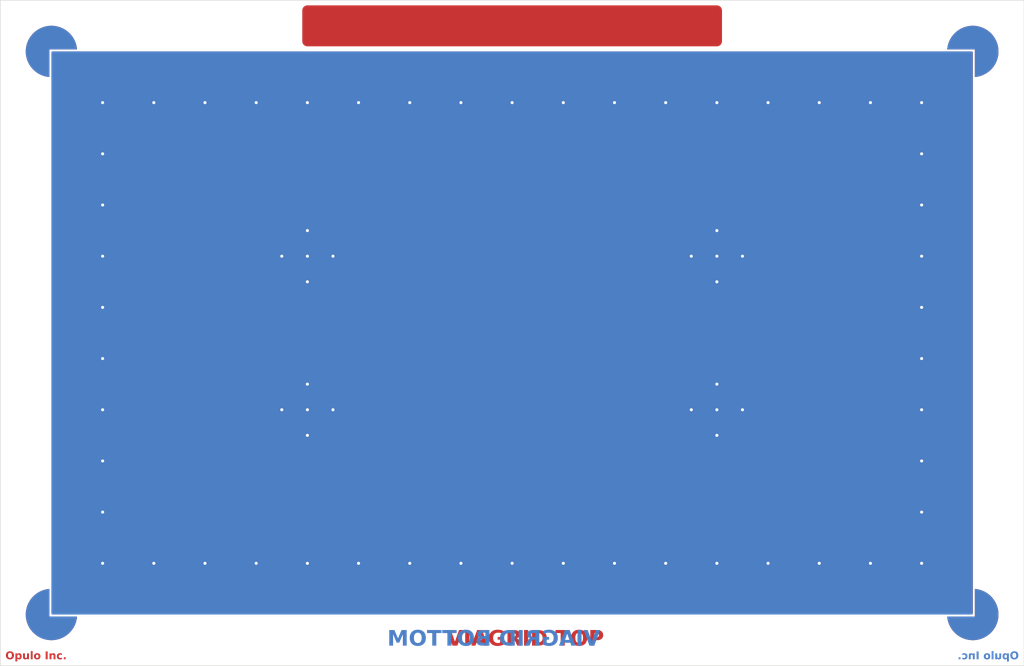
<source format=kicad_pcb>
(kicad_pcb
	(version 20241229)
	(generator "pcbnew")
	(generator_version "9.0")
	(general
		(thickness 1.6)
		(legacy_teardrops no)
	)
	(paper "A4")
	(layers
		(0 "F.Cu" signal)
		(2 "B.Cu" signal)
		(9 "F.Adhes" user "F.Adhesive")
		(11 "B.Adhes" user "B.Adhesive")
		(13 "F.Paste" user)
		(15 "B.Paste" user)
		(5 "F.SilkS" user "F.Silkscreen")
		(7 "B.SilkS" user "B.Silkscreen")
		(1 "F.Mask" user)
		(3 "B.Mask" user)
		(17 "Dwgs.User" user "User.Drawings")
		(19 "Cmts.User" user "User.Comments")
		(21 "Eco1.User" user "User.Eco1")
		(23 "Eco2.User" user "User.Eco2")
		(25 "Edge.Cuts" user)
		(27 "Margin" user)
		(31 "F.CrtYd" user "F.Courtyard")
		(29 "B.CrtYd" user "B.Courtyard")
		(35 "F.Fab" user)
		(33 "B.Fab" user)
		(39 "User.1" user)
		(41 "User.2" user)
		(43 "User.3" user)
		(45 "User.4" user)
	)
	(setup
		(stackup
			(layer "F.SilkS"
				(type "Top Silk Screen")
			)
			(layer "F.Paste"
				(type "Top Solder Paste")
			)
			(layer "F.Mask"
				(type "Top Solder Mask")
				(thickness 0.01)
			)
			(layer "F.Cu"
				(type "copper")
				(thickness 0.035)
			)
			(layer "dielectric 1"
				(type "core")
				(thickness 1.51)
				(material "FR4")
				(epsilon_r 4.5)
				(loss_tangent 0.02)
			)
			(layer "B.Cu"
				(type "copper")
				(thickness 0.035)
			)
			(layer "B.Mask"
				(type "Bottom Solder Mask")
				(thickness 0.01)
			)
			(layer "B.Paste"
				(type "Bottom Solder Paste")
			)
			(layer "B.SilkS"
				(type "Bottom Silk Screen")
			)
			(copper_finish "None")
			(dielectric_constraints no)
		)
		(pad_to_mask_clearance 0)
		(allow_soldermask_bridges_in_footprints no)
		(tenting front back)
		(pcbplotparams
			(layerselection 0x00000000_00000000_55555555_5755f5ff)
			(plot_on_all_layers_selection 0x00000000_00000000_00000000_00000000)
			(disableapertmacros no)
			(usegerberextensions no)
			(usegerberattributes yes)
			(usegerberadvancedattributes yes)
			(creategerberjobfile yes)
			(dashed_line_dash_ratio 12.000000)
			(dashed_line_gap_ratio 3.000000)
			(svgprecision 4)
			(plotframeref no)
			(mode 1)
			(useauxorigin no)
			(hpglpennumber 1)
			(hpglpenspeed 20)
			(hpglpendiameter 15.000000)
			(pdf_front_fp_property_popups yes)
			(pdf_back_fp_property_popups yes)
			(pdf_metadata yes)
			(pdf_single_document no)
			(dxfpolygonmode yes)
			(dxfimperialunits no)
			(dxfusepcbnewfont yes)
			(psnegative no)
			(psa4output no)
			(plot_black_and_white yes)
			(sketchpadsonfab no)
			(plotpadnumbers no)
			(hidednponfab no)
			(sketchdnponfab yes)
			(crossoutdnponfab yes)
			(subtractmaskfromsilk no)
			(outputformat 3)
			(mirror no)
			(drillshape 0)
			(scaleselection 1)
			(outputdirectory "out/lightburn-template-helpers/")
		)
	)
	(net 0 "")
	(net 1 "GND")
	(gr_poly
		(pts
			(xy 4.8 -57.500001) (xy 4.8 -60.2) (xy 7.5 -60.199996)
			(arc
				(start 7.5 -60.2)
				(mid 3.226585 -61.773415)
				(end 4.8 -57.5)
			)
		)
		(stroke
			(width 0)
			(type solid)
		)
		(fill yes)
		(layer "F.Cu")
		(uuid "5355e3dd-6dec-4c48-b42e-8bfce7721f71")
	)
	(gr_poly
		(pts
			(xy 7.5 -4.8) (xy 4.8 -4.8) (xy 4.800004 -7.5)
			(arc
				(start 4.800001 -7.5)
				(mid 3.226585 -3.226585)
				(end 7.5 -4.800001)
			)
		)
		(stroke
			(width 0)
			(type solid)
		)
		(fill yes)
		(layer "F.Cu")
		(uuid "90b7fe76-8101-4c65-b0c0-bc7cf9644b28")
	)
	(gr_poly
		(pts
			(xy 92.5 -60.2) (xy 95.2 -60.2) (xy 95.199996 -57.5)
			(arc
				(start 95.199999 -57.5)
				(mid 96.773415 -61.773415)
				(end 92.5 -60.199999)
			)
		)
		(stroke
			(width 0)
			(type solid)
		)
		(fill yes)
		(layer "F.Cu")
		(uuid "952a7a11-758f-4019-ab09-4f25f9c05269")
	)
	(gr_rect
		(start 30 -64)
		(end 70 -61)
		(stroke
			(width 1)
			(type solid)
		)
		(fill yes)
		(layer "F.Cu")
		(uuid "cc16f0ea-90a5-4a19-8f31-42fc52082d9a")
	)
	(gr_poly
		(pts
			(xy 95.2 -7.5) (xy 95.2 -4.8) (xy 92.5 -4.800004)
			(arc
				(start 92.5 -4.800001)
				(mid 96.773415 -3.226585)
				(end 95.199999 -7.5)
			)
		)
		(stroke
			(width 0)
			(type solid)
		)
		(fill yes)
		(layer "F.Cu")
		(uuid "d7a13153-26ee-4d8c-b931-c9321742dddc")
	)
	(gr_poly
		(pts
			(xy 92.500001 -60.2) (xy 95.2 -60.2) (xy 95.199997 -57.499999)
			(arc
				(start 95.199999 -57.499999)
				(mid 96.773415 -61.773415)
				(end 92.500001 -60.199998)
			)
		)
		(stroke
			(width 0)
			(type solid)
		)
		(fill yes)
		(layer "B.Cu")
		(uuid "4ffdbf15-a628-4f6f-8237-f4c5c1078e20")
	)
	(gr_poly
		(pts
			(xy 95.2 -7.499999) (xy 95.2 -4.8) (xy 92.499999 -4.800003)
			(arc
				(start 92.499999 -4.800001)
				(mid 96.773415 -3.226585)
				(end 95.199998 -7.499999)
			)
		)
		(stroke
			(width 0)
			(type solid)
		)
		(fill yes)
		(layer "B.Cu")
		(uuid "74944009-9d04-40b6-8edc-b99b20887d02")
	)
	(gr_poly
		(pts
			(xy 4.8 -57.500001) (xy 4.8 -60.2) (xy 7.5 -60.199996)
			(arc
				(start 7.5 -60.2)
				(mid 3.226585 -61.773415)
				(end 4.8 -57.5)
			)
		)
		(stroke
			(width 0)
			(type solid)
		)
		(fill yes)
		(layer "B.Cu")
		(uuid "768eeee4-6ec9-4c58-89a1-1071c4102141")
	)
	(gr_poly
		(pts
			(xy 7.5 -4.8) (xy 4.8 -4.8) (xy 4.800004 -7.5)
			(arc
				(start 4.800001 -7.5)
				(mid 3.226585 -3.226585)
				(end 7.5 -4.800001)
			)
		)
		(stroke
			(width 0)
			(type solid)
		)
		(fill yes)
		(layer "B.Cu")
		(uuid "ca1c00da-8d89-4d50-8f67-98cbf682b997")
	)
	(gr_rect
		(start 0 -65)
		(end 100 0)
		(stroke
			(width 0.05)
			(type default)
		)
		(fill no)
		(layer "Edge.Cuts")
		(uuid "5b95af0e-1f3a-402d-b822-c10a6e4a88c8")
	)
	(gr_circle
		(center 30 -40)
		(end 30 -39.85)
		(stroke
			(width 0.1)
			(type solid)
		)
		(fill yes)
		(layer "User.1")
		(uuid "04317cef-467f-443a-af53-453cce07bf76")
	)
	(gr_circle
		(center 40 -55)
		(end 40 -54.85)
		(stroke
			(width 0.1)
			(type solid)
		)
		(fill yes)
		(layer "User.1")
		(uuid "044a5b11-0ca0-4601-925b-927f535e30d0")
	)
	(gr_circle
		(center 50 -10)
		(end 50 -9.85)
		(stroke
			(width 0.1)
			(type solid)
		)
		(fill yes)
		(layer "User.1")
		(uuid "063ab35b-d972-4c54-89c8-4a8e90166371")
	)
	(gr_circle
		(center 25 -10)
		(end 25 -9.85)
		(stroke
			(width 0.1)
			(type solid)
		)
		(fill yes)
		(layer "User.1")
		(uuid "07298827-0108-48e0-9fc8-9bfb65b1e36a")
	)
	(gr_circle
		(center 70 -37.5)
		(end 70 -37.35)
		(stroke
			(width 0.1)
			(type solid)
		)
		(fill yes)
		(layer "User.1")
		(uuid "07bc5975-0115-43b6-9e1f-c59d82b88388")
	)
	(gr_circle
		(center 25 -55)
		(end 25 -54.85)
		(stroke
			(width 0.1)
			(type solid)
		)
		(fill yes)
		(layer "User.1")
		(uuid "07e3c697-0f54-4d03-8f3d-88676d782765")
	)
	(gr_circle
		(center 55 -10)
		(end 55.75 -10)
		(stroke
			(width 0.1)
			(type default)
		)
		(fill no)
		(layer "User.1")
		(uuid "0d8b0f09-e783-43bf-8300-a81d9e93d762")
	)
	(gr_circle
		(center 70 -27.5)
		(end 70.75 -27.5)
		(stroke
			(width 0.1)
			(type default)
		)
		(fill no)
		(layer "User.1")
		(uuid "0ec13f4f-05a4-4b2a-9883-b13f46180961")
	)
	(gr_circle
		(center 85 -55)
		(end 85.75 -55)
		(stroke
			(width 0.1)
			(type default)
		)
		(fill no)
		(layer "User.1")
		(uuid "0fdb5996-e74d-4df1-9dfc-2c265258a1fa")
	)
	(gr_circle
		(center 60 -55)
		(end 60.75 -55)
		(stroke
			(width 0.1)
			(type default)
		)
		(fill no)
		(layer "User.1")
		(uuid "101cd11c-d384-46d9-a34c-9c8ed26df852")
	)
	(gr_circle
		(center 90 -30.000001)
		(end 90.15 -30.000001)
		(stroke
			(width 0.1)
			(type solid)
		)
		(fill yes)
		(layer "User.1")
		(uuid "149690e9-a54a-4397-b6f0-93e503764dd7")
	)
	(gr_circle
		(center 90 -30.000001)
		(end 90 -30.75)
		(stroke
			(width 0.1)
			(type default)
		)
		(fill no)
		(layer "User.1")
		(uuid "15f7dca3-ff63-4ff4-bb6d-5b8ba8467625")
	)
	(gr_circle
		(center 75 -55)
		(end 75.75 -55)
		(stroke
			(width 0.1)
			(type default)
		)
		(fill no)
		(layer "User.1")
		(uuid "168a5654-a320-4b6b-a8c9-f28da9275358")
	)
	(gr_circle
		(center 80 -10)
		(end 80 -9.85)
		(stroke
			(width 0.1)
			(type solid)
		)
		(fill yes)
		(layer "User.1")
		(uuid "17db0c8b-ea21-4196-b3e2-3436be351f98")
	)
	(gr_circle
		(center 70 -55)
		(end 70 -54.85)
		(stroke
			(width 0.1)
			(type solid)
		)
		(fill yes)
		(layer "User.1")
		(uuid "1969a6cb-7106-40cb-9e31-85251aecf500")
	)
	(gr_circle
		(center 72.5 -40)
		(end 72.5 -39.85)
		(stroke
			(width 0.1)
			(type solid)
		)
		(fill yes)
		(layer "User.1")
		(uuid "1dc77d60-f0d1-476b-814b-9d2180d7c8eb")
	)
	(gr_circle
		(center 30 -25)
		(end 30 -24.85)
		(stroke
			(width 0.1)
			(type solid)
		)
		(fill yes)
		(layer "User.1")
		(uuid "1f594d0d-8edf-4f76-b0a7-ccd1b4e38871")
	)
	(gr_circle
		(center 90 -55)
		(end 90 -54.85)
		(stroke
			(width 0.1)
			(type solid)
		)
		(fill yes)
		(layer "User.1")
		(uuid "2442221d-204b-4003-a82b-a00e3fc56c1f")
	)
	(gr_circle
		(center 27.5 -40)
		(end 28.25 -40)
		(stroke
			(width 0.1)
			(type default)
		)
		(fill no)
		(layer "User.1")
		(uuid "24b98655-9dec-4c5b-b985-4c0931f0d083")
	)
	(gr_circle
		(center 30 -22.5)
		(end 30 -22.35)
		(stroke
			(width 0.1)
			(type solid)
		)
		(fill yes)
		(layer "User.1")
		(uuid "254bec29-2092-4b79-80c2-6855a8f5f315")
	)
	(gr_circle
		(center 67.5 -25)
		(end 68.25 -25)
		(stroke
			(width 0.1)
			(type default)
		)
		(fill no)
		(layer "User.1")
		(uuid "26b3eb2c-f024-4d51-8c58-afb58e0f2b94")
	)
	(gr_circle
		(center 32.5 -40)
		(end 33.25 -40)
		(stroke
			(width 0.1)
			(type default)
		)
		(fill no)
		(layer "User.1")
		(uuid "27e3201c-e45c-43af-853d-3b044035836a")
	)
	(gr_circle
		(center 9.999999 -35)
		(end 10.149999 -35)
		(stroke
			(width 0.1)
			(type solid)
		)
		(fill yes)
		(layer "User.1")
		(uuid "28a76126-513c-476f-8034-0fe5cb2de2e8")
	)
	(gr_circle
		(center 90 -45)
		(end 90 -45.75)
		(stroke
			(width 0.1)
			(type default)
		)
		(fill no)
		(layer "User.1")
		(uuid "28f6e74e-f3d5-4390-9486-b0832d3257c3")
	)
	(gr_circle
		(center 90 -40)
		(end 90.15 -40)
		(stroke
			(width 0.1)
			(type solid)
		)
		(fill yes)
		(layer "User.1")
		(uuid "2907df4f-cf29-48aa-b54b-5458bccfd46e")
	)
	(gr_circle
		(center 35 -55)
		(end 35 -54.85)
		(stroke
			(width 0.1)
			(type solid)
		)
		(fill yes)
		(layer "User.1")
		(uuid "2b15212e-92a5-4a44-9d9d-21c69f45f22f")
	)
	(gr_circle
		(center 70 -42.5)
		(end 70.75 -42.5)
		(stroke
			(width 0.1)
			(type default)
		)
		(fill no)
		(layer "User.1")
		(uuid "2e930931-87e8-4b1d-afb3-675f024241b7")
	)
	(gr_circle
		(center 10 -15)
		(end 10.15 -15)
		(stroke
			(width 0.1)
			(type solid)
		)
		(fill yes)
		(layer "User.1")
		(uuid "31eca847-fee9-489b-a360-d3968da0588b")
	)
	(gr_circle
		(center 85 -55)
		(end 85 -54.85)
		(stroke
			(width 0.1)
			(type solid)
		)
		(fill yes)
		(layer "User.1")
		(uuid "34d4b54a-77f7-4891-a80a-1dbf81de3c53")
	)
	(gr_circle
		(center 10 -40)
		(end 10 -40.75)
		(stroke
			(width 0.1)
			(type default)
		)
		(fill no)
		(layer "User.1")
		(uuid "35089b9b-e975-4aa9-a70f-94c635ebeddc")
	)
	(gr_circle
		(center 10 -25)
		(end 10 -25.75)
		(stroke
			(width 0.1)
			(type default)
		)
		(fill no)
		(layer "User.1")
		(uuid "3665a417-c1d3-423b-ad3d-fa0a4761f138")
	)
	(gr_circle
		(center 90 -20)
		(end 90 -20.75)
		(stroke
			(width 0.1)
			(type default)
		)
		(fill no)
		(layer "User.1")
		(uuid "37948f93-f2b1-4760-8149-c3e2ba572976")
	)
	(gr_circle
		(center 70 -37.5)
		(end 70.75 -37.5)
		(stroke
			(width 0.1)
			(type default)
		)
		(fill no)
		(layer "User.1")
		(uuid "3a30b7e6-c7d3-4efe-90d5-4cf6e16fbce4")
	)
	(gr_circle
		(center 55 -10)
		(end 55 -9.85)
		(stroke
			(width 0.1)
			(type solid)
		)
		(fill yes)
		(layer "User.1")
		(uuid "3a766dc6-44cc-4b42-a641-e0b34f5fd72c")
	)
	(gr_circle
		(center 70 -25)
		(end 70 -24.85)
		(stroke
			(width 0.1)
			(type solid)
		)
		(fill yes)
		(layer "User.1")
		(uuid "3da18465-4658-4852-83ed-2c700854de32")
	)
	(gr_circle
		(center 67.5 -40)
		(end 67.5 -39.85)
		(stroke
			(width 0.1)
			(type solid)
		)
		(fill yes)
		(layer "User.1")
		(uuid "3e2e8645-f4aa-461d-ab4d-8d4798a8a589")
	)
	(gr_circle
		(center 30 -42.5)
		(end 30.75 -42.5)
		(stroke
			(width 0.1)
			(type default)
		)
		(fill no)
		(layer "User.1")
		(uuid "3e76221a-e890-4fd1-8fac-73f7dc4d2b12")
	)
	(gr_circle
		(center 30 -37.5)
		(end 30.75 -37.5)
		(stroke
			(width 0.1)
			(type default)
		)
		(fill no)
		(layer "User.1")
		(uuid "405efe00-8823-4d79-bd6d-8b18f47b8639")
	)
	(gr_circle
		(center 80 -10)
		(end 80.75 -10)
		(stroke
			(width 0.1)
			(type default)
		)
		(fill no)
		(layer "User.1")
		(uuid "40bab596-a05c-45fd-b6b6-cefcabeea743")
	)
	(gr_circle
		(center 75 -55)
		(end 75 -54.85)
		(stroke
			(width 0.1)
			(type solid)
		)
		(fill yes)
		(layer "User.1")
		(uuid "4469642f-db39-453c-bc35-65da86013893")
	)
	(gr_circle
		(center 10 -30.000001)
		(end 10 -30.75)
		(stroke
			(width 0.1)
			(type default)
		)
		(fill no)
		(layer "User.1")
		(uuid "44fa8fca-401d-46c4-8f89-d0caffceef7d")
	)
	(gr_circle
		(center 10 -10)
		(end 10.15 -10)
		(stroke
			(width 0.1)
			(type solid)
		)
		(fill yes)
		(layer "User.1")
		(uuid "45e5cddf-75ac-487b-97f6-46decfdeeac0")
	)
	(gr_circle
		(center 32.5 -25)
		(end 33.25 -25)
		(stroke
			(width 0.1)
			(type default)
		)
		(fill no)
		(layer "User.1")
		(uuid "48d82ac4-76a8-4f2f-8b59-94f195a7db79")
	)
	(gr_circle
		(center 60 -10)
		(end 60 -9.85)
		(stroke
			(width 0.1)
			(type solid)
		)
		(fill yes)
		(layer "User.1")
		(uuid "4aa816e5-15bc-4ae5-b0d3-518f1c00055e")
	)
	(gr_circle
		(center 32.5 -40)
		(end 32.5 -39.85)
		(stroke
			(width 0.1)
			(type solid)
		)
		(fill yes)
		(layer "User.1")
		(uuid "51c9d619-01d1-40fb-8b2f-de1aa0dcc372")
	)
	(gr_circle
		(center 40 -10)
		(end 40 -9.85)
		(stroke
			(width 0.1)
			(type solid)
		)
		(fill yes)
		(layer "User.1")
		(uuid "579751db-dfe3-411e-ac1e-a9ed6d954965")
	)
	(gr_circle
		(center 45 -55)
		(end 45 -54.85)
		(stroke
			(width 0.1)
			(type solid)
		)
		(fill yes)
		(layer "User.1")
		(uuid "57ca1b6b-5cdf-47a6-9a0b-6753db5ea9ee")
	)
	(gr_circle
		(center 30 -27.5)
		(end 30.75 -27.5)
		(stroke
			(width 0.1)
			(type default)
		)
		(fill no)
		(layer "User.1")
		(uuid "5a7111eb-c3b9-4319-aee2-b6b94a4d7d8f")
	)
	(gr_circle
		(center 30 -22.5)
		(end 30.75 -22.5)
		(stroke
			(width 0.1)
			(type default)
		)
		(fill no)
		(layer "User.1")
		(uuid "5bd3d456-9481-432c-8262-5fd83b879683")
	)
	(gr_circle
		(center 67.5 -40)
		(end 68.25 -40)
		(stroke
			(width 0.1)
			(type default)
		)
		(fill no)
		(layer "User.1")
		(uuid "5ee70c4f-0bea-48d4-99dc-aa501eebdaa8")
	)
	(gr_circle
		(center 90 -15)
		(end 90 -15.75)
		(stroke
			(width 0.1)
			(type default)
		)
		(fill no)
		(layer "User.1")
		(uuid "5f343f8f-8ca4-4b6b-9e7e-3b196e55ba73")
	)
	(gr_circle
		(center 90 -55)
		(end 90.75 -55)
		(stroke
			(width 0.1)
			(type default)
		)
		(fill no)
		(layer "User.1")
		(uuid "61ceb8f1-de0a-45e0-8783-98aae6d91abf")
	)
	(gr_circle
		(center 90 -20)
		(end 90.15 -20)
		(stroke
			(width 0.1)
			(type solid)
		)
		(fill yes)
		(layer "User.1")
		(uuid "64f910c6-db96-4dc2-bc4b-3f6fc926d85e")
	)
	(gr_circle
		(center 70 -40)
		(end 70 -39.85)
		(stroke
			(width 0.1)
			(type solid)
		)
		(fill yes)
		(layer "User.1")
		(uuid "65c8f84e-6cb5-48bb-8ac0-494b15b4751f")
	)
	(gr_circle
		(center 15 -10)
		(end 15 -9.85)
		(stroke
			(width 0.1)
			(type solid)
		)
		(fill yes)
		(layer "User.1")
		(uuid "674c5b06-6293-4910-a822-c87a79f8236b")
	)
	(gr_circle
		(center 55 -55)
		(end 55 -54.85)
		(stroke
			(width 0.1)
			(type solid)
		)
		(fill yes)
		(layer "User.1")
		(uuid "69e2fb85-53e8-4f97-83f5-a634402d2b50")
	)
	(gr_circle
		(center 70 -25)
		(end 70.75 -25)
		(stroke
			(width 0.1)
			(type default)
		)
		(fill no)
		(layer "User.1")
		(uuid "6aa71d9e-a8ef-445a-8d27-2bafa6dff2df")
	)
	(gr_circle
		(center 90 -40)
		(end 90 -40.75)
		(stroke
			(width 0.1)
			(type default)
		)
		(fill no)
		(layer "User.1")
		(uuid "6c0a2c15-b6b4-4241-8e72-2ca57701b0a8")
	)
	(gr_circle
		(center 60 -10)
		(end 60.75 -10)
		(stroke
			(width 0.1)
			(type default)
		)
		(fill no)
		(layer "User.1")
		(uuid "6c0db5c2-9c0f-486c-8216-ba4172bbe1d3")
	)
	(gr_circle
		(center 30 -10)
		(end 30.75 -10)
		(stroke
			(width 0.1)
			(type default)
		)
		(fill no)
		(layer "User.1")
		(uuid "6caea55c-9921-4f63-a723-33e8d1c04a9d")
	)
	(gr_circle
		(center 70 -10)
		(end 70.75 -10)
		(stroke
			(width 0.1)
			(type default)
		)
		(fill no)
		(layer "User.1")
		(uuid "6e1aa1e5-bbfc-4261-92cc-12d890d6bd4f")
	)
	(gr_circle
		(center 90 -15)
		(end 90.15 -15)
		(stroke
			(width 0.1)
			(type solid)
		)
		(fill yes)
		(layer "User.1")
		(uuid "730dc6c2-1a5c-46b4-99c9-a7a825f721c3")
	)
	(gr_circle
		(center 70 -22.5)
		(end 70 -22.35)
		(stroke
			(width 0.1)
			(type solid)
		)
		(fill yes)
		(layer "User.1")
		(uuid "739128d1-69a5-430b-bd0c-e279265c59b7")
	)
	(gr_circle
		(center 25 -55)
		(end 25.75 -55)
		(stroke
			(width 0.1)
			(type default)
		)
		(fill no)
		(layer "User.1")
		(uuid "78350820-06c4-43bb-bd5e-7f8a516bca9b")
	)
	(gr_circle
		(center 30 -10)
		(end 30 -9.85)
		(stroke
			(width 0.1)
			(type solid)
		)
		(fill yes)
		(layer "User.1")
		(uuid "7991230e-9a9c-4926-9034-632ede31a797")
	)
	(gr_circle
		(center 45 -10)
		(end 45.75 -10)
		(stroke
			(width 0.1)
			(type default)
		)
		(fill no)
		(layer "User.1")
		(uuid "7b3b4dbe-4002-4552-b5db-b10335c0330d")
	)
	(gr_circle
		(center 15 -55)
		(end 15.75 -55)
		(stroke
			(width 0.1)
			(type default)
		)
		(fill no)
		(layer "User.1")
		(uuid "7c4404ac-9300-4ab4-b3df-a5b5c2cb99dc")
	)
	(gr_circle
		(center 65 -10)
		(end 65 -9.85)
		(stroke
			(width 0.1)
			(type solid)
		)
		(fill yes)
		(layer "User.1")
		(uuid "7ee06f96-d39c-4c8f-b2bc-b2da7aee3a5c")
	)
	(gr_circle
		(center 15 -55)
		(end 15 -54.85)
		(stroke
			(width 0.1)
			(type solid)
		)
		(fill yes)
		(layer "User.1")
		(uuid "809841de-040b-4bd7-8f53-f28cff499e8a")
	)
	(gr_circle
		(center 45 -10)
		(end 45 -9.85)
		(stroke
			(width 0.1)
			(type solid)
		)
		(fill yes)
		(layer "User.1")
		(uuid "81d4149b-ae2b-48f2-b2ab-26eaa6f37096")
	)
	(gr_circle
		(center 10 -25)
		(end 10.15 -25)
		(stroke
			(width 0.1)
			(type solid)
		)
		(fill yes)
		(layer "User.1")
		(uuid "83800912-8173-4983-8445-588f0ca63e55")
	)
	(gr_circle
		(center 10 -55)
		(end 10.75 -55)
		(stroke
			(width 0.1)
			(type default)
		)
		(fill no)
		(layer "User.1")
		(uuid "8609ceab-171d-4e56-8ce0-f05ce75ad41c")
	)
	(gr_circle
		(center 72.5 -25)
		(end 72.5 -24.85)
		(stroke
			(width 0.1)
			(type solid)
		)
		(fill yes)
		(layer "User.1")
		(uuid "87aec8bc-d63c-42b8-b916-70613f3a56aa")
	)
	(gr_circle
		(center 20 -10)
		(end 20 -9.85)
		(stroke
			(width 0.1)
			(type solid)
		)
		(fill yes)
		(layer "User.1")
		(uuid "884e6dac-89e9-407a-957b-21217b717244")
	)
	(gr_circle
		(center 85 -10)
		(end 85 -9.85)
		(stroke
			(width 0.1)
			(type solid)
		)
		(fill yes)
		(layer "User.1")
		(uuid "89f62124-4344-4ec0-9ad6-3899b639a8b2")
	)
	(gr_circle
		(center 30 -27.5)
		(end 30 -27.35)
		(stroke
			(width 0.1)
			(type solid)
		)
		(fill yes)
		(layer "User.1")
		(uuid "8bdc28de-a1d0-4da0-818c-b4e9953263d6")
	)
	(gr_circle
		(center 70 -55)
		(end 70.75 -55)
		(stroke
			(width 0.1)
			(type default)
		)
		(fill no)
		(layer "User.1")
		(uuid "8c38a7b1-94cd-4ee0-b73e-17e5076018f0")
	)
	(gr_circle
		(center 89.999999 -35)
		(end 90 -35.750001)
		(stroke
			(width 0.1)
			(type default)
		)
		(fill no)
		(layer "User.1")
		(uuid "8c6552af-b126-4aff-bb24-20f40af091eb")
	)
	(gr_circle
		(center 80 -55)
		(end 80 -54.85)
		(stroke
			(width 0.1)
			(type solid)
		)
		(fill yes)
		(layer "User.1")
		(uuid "8d68fa15-d739-4abc-95f1-67f76c621801")
	)
	(gr_circle
		(center 40 -55)
		(end 40.75 -55)
		(stroke
			(width 0.1)
			(type default)
		)
		(fill no)
		(layer "User.1")
		(uuid "8ee91e0d-2a2a-44b1-9c0f-c02db710d560")
	)
	(gr_circle
		(center 30 -25)
		(end 30.75 -25)
		(stroke
			(width 0.1)
			(type default)
		)
		(fill no)
		(layer "User.1")
		(uuid "9327886e-e987-455c-8cc7-ffbcfe8308a0")
	)
	(gr_circle
		(center 35 -10)
		(end 35 -9.85)
		(stroke
			(width 0.1)
			(type solid)
		)
		(fill yes)
		(layer "User.1")
		(uuid "9338bb8b-6a52-453a-9d8e-2685904786be")
	)
	(gr_circle
		(center 10 -50)
		(end 10 -50.75)
		(stroke
			(width 0.1)
			(type default)
		)
		(fill no)
		(layer "User.1")
		(uuid "9378d7db-d3e0-4fca-a40f-02563ee756fd")
	)
	(gr_circle
		(center 70 -27.5)
		(end 70 -27.35)
		(stroke
			(width 0.1)
			(type solid)
		)
		(fill yes)
		(layer "User.1")
		(uuid "96d8b04e-53d2-452b-acc6-0133e5eed737")
	)
	(gr_circle
		(center 25 -10)
		(end 25.75 -10)
		(stroke
			(width 0.1)
			(type default)
		)
		(fill no)
		(layer "User.1")
		(uuid "992fdb9c-40e5-4db7-ba2d-1f2b0f6fa728")
	)
	(gr_circle
		(center 89.999999 -35)
		(end 90.149999 -35)
		(stroke
			(width 0.1)
			(type solid)
		)
		(fill yes)
		(layer "User.1")
		(uuid "9a363edb-48ab-4006-ae49-f996b6c43fa3")
	)
	(gr_circle
		(center 72.5 -40)
		(end 73.25 -40)
		(stroke
			(width 0.1)
			(type default)
		)
		(fill no)
		(layer "User.1")
		(uuid "9b34bc48-238b-4e15-b75c-b3d5d5d53a9c")
	)
	(gr_circle
		(center 90 -50)
		(end 90 -50.75)
		(stroke
			(width 0.1)
			(type default)
		)
		(fill no)
		(layer "User.1")
		(uuid "9f1057d7-fce6-4bf6-ba3d-7ef868ea6eb2")
	)
	(gr_circle
		(center 50 -55)
		(end 50 -54.85)
		(stroke
			(width 0.1)
			(type solid)
		)
		(fill yes)
		(layer "User.1")
		(uuid "a03c1c17-d84e-48e3-85d3-6479f02c04cd")
	)
	(gr_circle
		(center 90 -25)
		(end 90 -25.75)
		(stroke
			(width 0.1)
			(type default)
		)
		(fill no)
		(layer "User.1")
		(uuid "a193cda7-2432-4ebd-8a22-cb8c96618bf0")
	)
	(gr_circle
		(center 10 -15)
		(end 10 -15.75)
		(stroke
			(width 0.1)
			(type default)
		)
		(fill no)
		(layer "User.1")
		(uuid "a2fcef1e-d17b-4eb3-8392-7f8a1caf27ba")
	)
	(gr_circle
		(center 20 -55)
		(end 20 -54.85)
		(stroke
			(width 0.1)
			(type solid)
		)
		(fill yes)
		(layer "User.1")
		(uuid "a3761b90-3a9f-4e95-a072-c38011d1f1f7")
	)
	(gr_circle
		(center 65 -10)
		(end 65.75 -10)
		(stroke
			(width 0.1)
			(type default)
		)
		(fill no)
		(layer "User.1")
		(uuid "a7869321-98c4-418d-b495-23857c31ee8a")
	)
	(gr_rect
		(start 5 -60)
		(end 95 -5)
		(stroke
			(width 0.1)
			(type default)
		)
		(fill no)
		(layer "User.1")
		(uuid "a8c6c00a-23b3-49fa-a4d9-85a58f440cf8")
	)
	(gr_circle
		(center 32.5 -25)
		(end 32.5 -24.85)
		(stroke
			(width 0.1)
			(type solid)
		)
		(fill yes)
		(layer "User.1")
		(uuid "aa7d89cd-1a55-47bf-8c28-b8ce44d90cae")
	)
	(gr_circle
		(center 75 -10)
		(end 75.75 -10)
		(stroke
			(width 0.1)
			(type default)
		)
		(fill no)
		(layer "User.1")
		(uuid "abeff351-78b3-4dc7-869e-740113b0dcb1")
	)
	(gr_circle
		(center 90 -25)
		(end 90.15 -25)
		(stroke
			(width 0.1)
			(type solid)
		)
		(fill yes)
		(layer "User.1")
		(uuid "b2ce7474-387b-4857-808a-a96a72a279ad")
	)
	(gr_circle
		(center 30 -55)
		(end 30.75 -55)
		(stroke
			(width 0.1)
			(type default)
		)
		(fill no)
		(layer "User.1")
		(uuid "b535741c-202b-4d01-bedb-9a4eb021648f")
	)
	(gr_circle
		(center 70 -40)
		(end 70.75 -40)
		(stroke
			(width 0.1)
			(type default)
		)
		(fill no)
		(layer "User.1")
		(uuid "b6a3073d-eaad-4562-9584-a4891866b96c")
	)
	(gr_circle
		(center 50 -10)
		(end 50.75 -10)
		(stroke
			(width 0.1)
			(type default)
		)
		(fill no)
		(layer "User.1")
		(uuid "bc8a3e36-b48d-4abd-b6f9-7b2de46e9d95")
	)
	(gr_circle
		(center 9.999999 -35)
		(end 10 -35.750001)
		(stroke
			(width 0.1)
			(type default)
		)
		(fill no)
		(layer "User.1")
		(uuid "bdb9200d-cf41-4723-bc2c-11c2067a117d")
	)
	(gr_circle
		(center 10 -10)
		(end 10 -10.75)
		(stroke
			(width 0.1)
			(type default)
		)
		(fill no)
		(layer "User.1")
		(uuid "be8ae4db-d02f-4868-a825-5bcda6e9cc68")
	)
	(gr_circle
		(center 55 -55)
		(end 55.75 -55)
		(stroke
			(width 0.1)
			(type default)
		)
		(fill no)
		(layer "User.1")
		(uuid "c0efa6ec-f046-4bfc-b657-218e90cf7577")
	)
	(gr_circle
		(center 50 -55)
		(end 50.75 -55)
		(stroke
			(width 0.1)
			(type default)
		)
		(fill no)
		(layer "User.1")
		(uuid "c11f09a0-290f-43c0-a074-94baafc5dd46")
	)
	(gr_circle
		(center 45 -55)
		(end 45.75 -55)
		(stroke
			(width 0.1)
			(type default)
		)
		(fill no)
		(layer "User.1")
		(uuid "c3cccbbc-fadd-44b2-a5e9-b64450e86c54")
	)
	(gr_circle
		(center 10 -55)
		(end 10 -54.85)
		(stroke
			(width 0.1)
			(type solid)
		)
		(fill yes)
		(layer "User.1")
		(uuid "c42291c0-6849-439a-bf64-51c0554b2f35")
	)
	(gr_circle
		(center 10 -50)
		(end 10.15 -50)
		(stroke
			(width 0.1)
			(type solid)
		)
		(fill yes)
		(layer "User.1")
		(uuid "c5064c04-cbe0-4bce-ac54-cad7305af2a6")
	)
	(gr_circle
		(center 10 -40)
		(end 10.15 -40)
		(stroke
			(width 0.1)
			(type solid)
		)
		(fill yes)
		(layer "User.1")
		(uuid "c644703c-f565-4105-9e96-68bf0cb1e333")
	)
	(gr_circle
		(center 67.5 -25)
		(end 67.5 -24.85)
		(stroke
			(width 0.1)
			(type solid)
		)
		(fill yes)
		(layer "User.1")
		(uuid "cb9c6893-5202-4fa6-a399-70268f5ca9d7")
	)
	(gr_circle
		(center 70 -10)
		(end 70 -9.85)
		(stroke
			(width 0.1)
			(type solid)
		)
		(fill yes)
		(layer "User.1")
		(uuid "cbcdf8d9-6614-4a91-8b77-aad965afcb39")
	)
	(gr_circle
		(center 65 -55)
		(end 65.75 -55)
		(stroke
			(width 0.1)
			(type default)
		)
		(fill no)
		(layer "User.1")
		(uuid "ccd1bd82-ef83-461b-8f9d-a47b90a69253")
	)
	(gr_circle
		(center 70 -42.5)
		(end 70 -42.35)
		(stroke
			(width 0.1)
			(type solid)
		)
		(fill yes)
		(layer "User.1")
		(uuid "cec8c6e6-ccbd-4b72-b65e-2bd786d2d6d2")
	)
	(gr_circle
		(center 90 -10)
		(end 90 -10.75)
		(stroke
			(width 0.1)
			(type default)
		)
		(fill no)
		(layer "User.1")
		(uuid "ced099fd-d510-46cf-955c-c33c300af847")
	)
	(gr_circle
		(center 70 -22.5)
		(end 70.75 -22.5)
		(stroke
			(width 0.1)
			(type default)
		)
		(fill no)
		(layer "User.1")
		(uuid "d0b5891d-32f3-40e2-a9a6-18a1f986e978")
	)
	(gr_circle
		(center 27.5 -40)
		(end 27.5 -39.85)
		(stroke
			(width 0.1)
			(type solid)
		)
		(fill yes)
		(layer "User.1")
		(uuid "d3621d9d-4d0f-4424-a8ad-369bebf1d642")
	)
	(gr_circle
		(center 27.5 -25)
		(end 27.5 -24.85)
		(stroke
			(width 0.1)
			(type solid)
		)
		(fill yes)
		(layer "User.1")
		(uuid "d5b3fa5c-ba7b-4843-a7ab-6ea4312d7925")
	)
	(gr_circle
		(center 27.5 -25)
		(end 28.25 -25)
		(stroke
			(width 0.1)
			(type default)
		)
		(fill no)
		(layer "User.1")
		(uuid "d725fb66-45ab-4253-82b3-fb2696eec5d5")
	)
	(gr_circle
		(center 60 -55)
		(end 60 -54.85)
		(stroke
			(width 0.1)
			(type solid)
		)
		(fill yes)
		(layer "User.1")
		(uuid "d9f99a89-39e6-4cd3-8b1b-d3f658f584ac")
	)
	(gr_circle
		(center 90 -45)
		(end 90.15 -45)
		(stroke
			(width 0.1)
			(type solid)
		)
		(fill yes)
		(layer "User.1")
		(uuid "daac2584-acab-4936-9337-71bce7764dc1")
	)
	(gr_circle
		(center 30 -37.5)
		(end 30 -37.35)
		(stroke
			(width 0.1)
			(type solid)
		)
		(fill yes)
		(layer "User.1")
		(uuid "dad5d948-688e-47a2-b752-4268a283b0cf")
	)
	(gr_circle
		(center 20 -55)
		(end 20.75 -55)
		(stroke
			(width 0.1)
			(type default)
		)
		(fill no)
		(layer "User.1")
		(uuid "dd6bf3a8-f5d4-4846-8012-a35b7d8ed910")
	)
	(gr_circle
		(center 35 -55)
		(end 35.75 -55)
		(stroke
			(width 0.1)
			(type default)
		)
		(fill no)
		(layer "User.1")
		(uuid "e1fb1afb-36aa-478c-8feb-d03f89529b25")
	)
	(gr_circle
		(center 72.5 -25)
		(end 73.25 -25)
		(stroke
			(width 0.1)
			(type default)
		)
		(fill no)
		(layer "User.1")
		(uuid "e286797e-4572-4638-928c-efbf956c58e6")
	)
	(gr_circle
		(center 10 -45)
		(end 10.15 -45)
		(stroke
			(width 0.1)
			(type solid)
		)
		(fill yes)
		(layer "User.1")
		(uuid "e2f75a08-e913-4fd9-8fd8-e39605f7b36f")
	)
	(gr_circle
		(center 10 -45)
		(end 10 -45.75)
		(stroke
			(width 0.1)
			(type default)
		)
		(fill no)
		(layer "User.1")
		(uuid "e3035b38-4a50-4506-b55d-25ac6391e9cc")
	)
	(gr_circle
		(center 80 -55)
		(end 80.75 -55)
		(stroke
			(width 0.1)
			(type default)
		)
		(fill no)
		(layer "User.1")
		(uuid "e541c04f-204f-4647-9e78-23583b520a18")
	)
	(gr_circle
		(center 65 -55)
		(end 65 -54.85)
		(stroke
			(width 0.1)
			(type solid)
		)
		(fill yes)
		(layer "User.1")
		(uuid "e5e13ca0-2405-48de-8662-b3ac2d8f6b6e")
	)
	(gr_circle
		(center 30 -40)
		(end 30.75 -40)
		(stroke
			(width 0.1)
			(type default)
		)
		(fill no)
		(layer "User.1")
		(uuid "e7e9e5c9-0b4a-4d10-ba6e-99e54805e774")
	)
	(gr_circle
		(center 40 -10)
		(end 40.75 -10)
		(stroke
			(width 0.1)
			(type default)
		)
		(fill no)
		(layer "User.1")
		(uuid "ec14ae88-428c-47ea-b37d-17945b30ea9a")
	)
	(gr_circle
		(center 35 -10)
		(end 35.75 -10)
		(stroke
			(width 0.1)
			(type default)
		)
		(fill no)
		(layer "User.1")
		(uuid "ed726fed-0e3c-48d9-86e8-e264b918a37a")
	)
	(gr_circle
		(center 10 -20)
		(end 10.15 -20)
		(stroke
			(width 0.1)
			(type solid)
		)
		(fill yes)
		(layer "User.1")
		(uuid "efe56147-9854-4572-abb5-509611732e8c")
	)
	(gr_circle
		(center 10 -20)
		(end 10 -20.75)
		(stroke
			(width 0.1)
			(type default)
		)
		(fill no)
		(layer "User.1")
		(uuid "f0403b05-7274-4a48-84f6-efd28752042c")
	)
	(gr_circle
		(center 20 -10)
		(end 20.75 -10)
		(stroke
			(width 0.1)
			(type default)
		)
		(fill no)
		(layer "User.1")
		(uuid "f04b735a-2d44-4195-94a8-b30b4e507cc0")
	)
	(gr_circle
		(center 90 -10)
		(end 90.15 -10)
		(stroke
			(width 0.1)
			(type solid)
		)
		(fill yes)
		(layer "User.1")
		(uuid "f3008fec-c010-41df-8ce5-88df4fbadf3b")
	)
	(gr_circle
		(center 30 -55)
		(end 30 -54.85)
		(stroke
			(width 0.1)
			(type solid)
		)
		(fill yes)
		(layer "User.1")
		(uuid "f4230daf-e064-435a-b684-fd6a5e6d9928")
	)
	(gr_circle
		(center 10 -30.000001)
		(end 10.15 -30.000001)
		(stroke
			(width 0.1)
			(type solid)
		)
		(fill yes)
		(layer "User.1")
		(uuid "f783e6e2-a345-41eb-945a-f0579699b1a1")
	)
	(gr_circle
		(center 85 -10)
		(end 85.75 -10)
		(stroke
			(width 0.1)
			(type default)
		)
		(fill no)
		(layer "User.1")
		(uuid "f88270e0-c29a-413f-a7d1-e7db328bbdcd")
	)
	(gr_circle
		(center 15 -10)
		(end 15.75 -10)
		(stroke
			(width 0.1)
			(type default)
		)
		(fill no)
		(layer "User.1")
		(uuid "faf81505-5ab7-4f28-81c5-99298bd3aab6")
	)
	(gr_circle
		(center 90 -50)
		(end 90.15 -50)
		(stroke
			(width 0.1)
			(type solid)
		)
		(fill yes)
		(layer "User.1")
		(uuid "fb7c8519-67b0-42b2-8067-16a82dee6b16")
	)
	(gr_circle
		(center 75 -10)
		(end 75 -9.85)
		(stroke
			(width 0.1)
			(type solid)
		)
		(fill yes)
		(layer "User.1")
		(uuid "fce8d462-30a6-4f22-92a1-43673bcc5cb9")
	)
	(gr_circle
		(center 30 -42.5)
		(end 30 -42.35)
		(stroke
			(width 0.1)
			(type solid)
		)
		(fill yes)
		(layer "User.1")
		(uuid "ffe5e239-c8d0-4f02-b4e9-0e1ef1c95dce")
	)
	(gr_text "VIAGRID TOP"
		(at 43.6 -1.7 0)
		(layer "F.Cu")
		(uuid "0f333d01-69b4-4998-a090-fa42fa4cab6f")
		(effects
			(font
				(face "Figtree")
				(size 1.5 1.5)
				(thickness 0.125)
				(bold yes)
			)
			(justify left bottom)
		)
		(render_cache "VIAGRID TOP" 0
			(polygon
				(pts
					(xy 44.24535 -1.955) (xy 44.848386 -3.430898) (xy 45.041643 -3.430898) (xy 44.430181 -1.955)
				)
			)
			(polygon
				(pts
					(xy 44.228864 -1.955) (xy 43.617402 -3.430898) (xy 43.810751 -3.430898) (xy 44.411588 -1.955)
				)
			)
			(polygon
				(pts
					(xy 45.250471 -1.955) (xy 45.250471 -3.430898) (xy 45.434843 -3.430898) (xy 45.434843 -1.955)
				)
			)
			(polygon
				(pts
					(xy 46.838476 -1.955) (xy 46.246157 -3.430898) (xy 46.430896 -3.430898) (xy 47.031825 -1.955)
				)
			)
			(polygon
				(pts
					(xy 45.641198 -1.955) (xy 46.242127 -3.430898) (xy 46.429064 -3.430898) (xy 45.836653 -1.955)
				)
			)
			(polygon
				(pts
					(xy 45.926229 -2.37293) (xy 45.926229 -2.538343) (xy 46.748992 -2.538343) (xy 46.748992 -2.37293)
				)
			)
			(polygon
				(pts
					(xy 47.85642 -1.929812) (xy 47.744078 -1.936279) (xy 47.641022 -1.955085) (xy 47.54604 -1.985649)
					(xy 47.45809 -2.027814) (xy 47.350846 -2.101674) (xy 47.261017 -2.191193) (xy 47.187164 -2.297733)
					(xy 47.144902 -2.385203) (xy 47.114349 -2.479189) (xy 47.095596 -2.580685) (xy 47.089161 -2.690842)
					(xy 47.09564 -2.803214) (xy 47.114465 -2.906079) (xy 47.14503 -3.000676) (xy 47.187164 -3.088073)
					(xy 47.261017 -3.194613) (xy 47.350846 -3.284132) (xy 47.45809 -3.357991) (xy 47.546045 -3.400198)
					(xy 47.641027 -3.43079) (xy 47.744082 -3.449613) (xy 47.85642 -3.456086) (xy 47.972866 -3.446337)
					(xy 48.086222 -3.417068) (xy 48.193682 -3.370725) (xy 48.290836 -3.310547) (xy 48.375762 -3.236978)
					(xy 48.442236 -3.15411) (xy 48.296606 -3.054184) (xy 48.246938 -3.118877) (xy 48.182301 -3.176733)
					(xy 48.107991 -3.223903) (xy 48.026687 -3.259165) (xy 47.941411 -3.281222) (xy 47.85642 -3.288474)
					(xy 47.745653 -3.279661) (xy 47.646013 -3.25409) (xy 47.555543 -3.21227) (xy 47.473982 -3.155004)
					(xy 47.405381 -3.085406) (xy 47.34873 -3.002343) (xy 47.307696 -2.910481) (xy 47.282345 -2.807391)
					(xy 47.273534 -2.690842) (xy 47.282103 -2.578465) (xy 47.306981 -2.476988) (xy 47.347631 -2.384562)
					(xy 47.403767 -2.300895) (xy 47.472346 -2.230593) (xy 47.554444 -2.172528) (xy 47.645678 -2.130048)
					(xy 47.745695 -2.104137) (xy 47.85642 -2.095225) (xy 47.949666 -2.102152) (xy 48.033024 -2.122162)
					(xy 48.108112 -2.154668) (xy 48.176263 -2.19972) (xy 48.233301 -2.254417) (xy 48.280211 -2.319532)
					(xy 48.314458 -2.392154) (xy 48.335543 -2.473517) (xy 48.34286 -2.565454) (xy 48.518806 -2.57846)
					(xy 48.508853 -2.449265) (xy 48.48034 -2.336268) (xy 48.434359 -2.236734) (xy 48.370869 -2.147439)
					(xy 48.293267 -2.072545) (xy 48.200161 -2.010962) (xy 48.097521 -1.966576) (xy 47.983672 -1.939263)
				)
			)
			(polygon
				(pts
					(xy 47.981625 -2.551441) (xy 47.981625 -2.710534) (xy 48.518806 -2.710534) (xy 48.518806 -2.566553)
					(xy 48.432161 -2.551441)
				)
			)
			(polygon
				(pts
					(xy 49.359748 -3.424223) (xy 49.444039 -3.404958) (xy 49.519897 -3.373745) (xy 49.589095 -3.330276)
					(xy 49.646467 -3.277637) (xy 49.693187 -3.215201) (xy 49.727479 -3.145228) (xy 49.748371 -3.068274)
					(xy 49.75556 -2.982743) (xy 49.74781 -2.897374) (xy 49.72521 -2.820395) (xy 49.687875 -2.750102)
					(xy 49.637858 -2.687728) (xy 49.577025 -2.634705) (xy 49.504143 -2.59055) (xy 49.455508 -2.571029)
					(xy 49.81656 -1.955) (xy 49.61451 -1.955) (xy 49.275066 -2.534777) (xy 49.242376 -2.532481) (xy 48.96806 -2.532481)
					(xy 48.96806 -1.955) (xy 48.783688 -1.955) (xy 48.783688 -2.702199) (xy 48.96806 -2.702199) (xy 49.290644 -2.702199)
					(xy 49.366233 -2.711492) (xy 49.431969 -2.738561) (xy 49.488183 -2.781519) (xy 49.532719 -2.838304)
					(xy 49.561356 -2.905305) (xy 49.571188 -2.982743) (xy 49.561236 -3.062069) (xy 49.532622 -3.128586)
					(xy 49.484909 -3.185342) (xy 49.423382 -3.227818) (xy 49.349908 -3.254029) (xy 49.261243 -3.263286)
					(xy 48.96806 -3.263286) (xy 48.96806 -2.702199) (xy 48.783688 -2.702199) (xy 48.783688 -3.430898)
					(xy 49.265457 -3.430898)
				)
			)
			(polygon
				(pts
					(xy 50.098203 -1.955) (xy 50.098203 -3.430898) (xy 50.282575 -3.430898) (xy 50.282575 -1.955)
				)
			)
			(polygon
				(pts
					(xy 51.253632 -3.419986) (xy 51.375411 -3.388437) (xy 51.484983 -3.337017) (xy 51.583402 -3.266474)
					(xy 51.666344 -3.18017) (xy 51.734935 -3.076532) (xy 51.784501 -2.962306) (xy 51.815034 -2.835279)
					(xy 51.82561 -2.692949) (xy 51.815067 -2.55197) (xy 51.784565 -2.425583) (xy 51.734935 -2.31138)
					(xy 51.666392 -2.207729) (xy 51.583449 -2.121072) (xy 51.484983 -2.049888) (xy 51.375352 -1.997895)
					(xy 51.253579 -1.96602) (xy 51.117062 -1.955) (xy 50.6668 -1.955) (xy 50.6668 -2.124626) (xy 50.851173 -2.124626)
					(xy 51.117062 -2.124626) (xy 51.224401 -2.135501) (xy 51.321676 -2.167399) (xy 51.409776 -2.219054)
					(xy 51.487639 -2.289582) (xy 51.551646 -2.374595) (xy 51.600479 -2.472397) (xy 51.630921 -2.578602)
					(xy 51.641237 -2.692949) (xy 51.630919 -2.807283) (xy 51.600479 -2.913408) (xy 51.551636 -3.011272)
					(xy 51.487639 -3.096224) (xy 51.409776 -3.166752) (xy 51.321676 -3.218407) (xy 51.224401 -3.250305)
					(xy 51.117062 -3.26118) (xy 50.851173 -3.26118) (xy 50.851173 -2.124626) (xy 50.6668 -2.124626)
					(xy 50.6668 -3.430898) (xy 51.117062 -3.430898)
				)
			)
			(polygon
				(pts
					(xy 52.923695 -1.955) (xy 52.923695 -3.263286) (xy 52.45539 -3.263286) (xy 52.45539 -3.430898)
					(xy 53.574267 -3.430898) (xy 53.574267 -3.263286) (xy 53.105962 -3.263286) (xy 53.105962 -1.955)
				)
			)
			(polygon
				(pts
					(xy 54.51511 -3.449642) (xy 54.612368 -3.43088) (xy 54.702179 -3.400313) (xy 54.785559 -3.357991)
					(xy 54.886417 -3.284434) (xy 54.970702 -3.194994) (xy 55.039632 -3.088073) (xy 55.089162 -2.970431)
					(xy 55.119717 -2.83956) (xy 55.130307 -2.692949) (xy 55.119734 -2.546268) (xy 55.089192 -2.414981)
					(xy 55.039632 -2.296634) (xy 54.970723 -2.188995) (xy 54.887096 -2.099638) (xy 54.787665 -2.026807)
					(xy 54.705363 -1.984977) (xy 54.616613 -1.954751) (xy 54.5204 -1.936189) (xy 54.415531 -1.929812)
					(xy 54.309613 -1.936176) (xy 54.212141 -1.954722) (xy 54.121961 -1.98495) (xy 54.038084 -2.026807)
					(xy 53.936549 -2.099756) (xy 53.851181 -2.18914) (xy 53.780805 -2.296634) (xy 53.730106 -2.415093)
					(xy 53.698907 -2.546368) (xy 53.688114 -2.692949) (xy 53.872487 -2.692949) (xy 53.880573 -2.577493)
					(xy 53.903828 -2.475035) (xy 53.941364 -2.383554) (xy 53.99388 -2.300112) (xy 54.057669 -2.230554)
					(xy 54.133522 -2.173536) (xy 54.218488 -2.131623) (xy 54.311845 -2.106107) (xy 54.415531 -2.097332)
					(xy 54.517689 -2.106143) (xy 54.608866 -2.131681) (xy 54.691128 -2.173536) (xy 54.764282 -2.230266)
					(xy 54.826387 -2.299759) (xy 54.878066 -2.383463) (xy 54.915089 -2.474952) (xy 54.938043 -2.577446)
					(xy 54.946026 -2.692949) (xy 54.937971 -2.806984) (xy 54.914702 -2.909161) (xy 54.876967 -3.001336)
					(xy 54.82457 -3.085696) (xy 54.761791 -3.15551) (xy 54.688014 -3.21227) (xy 54.605082 -3.254079)
					(xy 54.512852 -3.279641) (xy 54.409211 -3.288474) (xy 54.306961 -3.2797) (xy 54.215015 -3.254191)
					(xy 54.131415 -3.21227) (xy 54.056954 -3.155439) (xy 53.993826 -3.085617) (xy 53.941364 -3.001336)
					(xy 53.903731 -2.909171) (xy 53.880522 -2.806993) (xy 53.872487 -2.692949) (xy 53.688114 -2.692949)
					(xy 53.698848 -2.840925) (xy 53.729765 -2.972458) (xy 53.779797 -3.090179) (xy 53.849349 -3.197144)
					(xy 53.933665 -3.286195) (xy 54.033871 -3.358999) (xy 54.116694 -3.400835) (xy 54.20614 -3.431094)
					(xy 54.303243 -3.449692) (xy 54.409211 -3.456086)
				)
			)
			(polygon
				(pts
					(xy 55.992308 -3.424002) (xy 56.076587 -3.40408) (xy 56.152555 -3.37173) (xy 56.221527 -3.326783)
					(xy 56.278935 -3.272086) (xy 56.325846 -3.206866) (xy 56.359982 -3.1341) (xy 56.380956 -3.052986)
					(xy 56.388219 -2.961769) (xy 56.3816 -2.873102) (xy 56.362419 -2.793296) (xy 56.331158 -2.720884)
					(xy 56.288038 -2.654988) (xy 56.236107 -2.600003) (xy 56.17472 -2.554921) (xy 56.106209 -2.521903)
					(xy 56.029954 -2.501658) (xy 55.944277 -2.494654) (xy 55.600719 -2.494654) (xy 55.600719 -1.955)
					(xy 55.416346 -1.955) (xy 55.416346 -2.662266) (xy 55.600719 -2.662266) (xy 55.944277 -2.662266)
					(xy 56.016564 -2.671802) (xy 56.078298 -2.699512) (xy 56.132131 -2.746346) (xy 56.172408 -2.806211)
					(xy 56.197217 -2.87704) (xy 56.205953 -2.961769) (xy 56.195735 -3.048142) (xy 56.166591 -3.119804)
					(xy 56.118575 -3.180122) (xy 56.056036 -3.225793) (xy 55.982859 -3.253575) (xy 55.896009 -3.263286)
					(xy 55.600719 -3.263286) (xy 55.600719 -2.662266) (xy 55.416346 -2.662266) (xy 55.416346 -3.430898)
					(xy 55.898115 -3.430898)
				)
			)
		)
	)
	(gr_text "Opulo Inc."
		(at 0.5 -0.5 0)
		(layer "F.Cu")
		(uuid "6d7da327-8914-4499-ae4f-3f5428b35f83")
		(effects
			(font
				(face "Figtree")
				(size 0.75 0.75)
				(thickness 0.1875)
				(bold yes)
			)
			(justify left bottom)
		)
		(render_cache "Opulo Inc." 0
			(polygon
				(pts
					(xy 0.961812 -1.374821) (xy 1.010441 -1.36544) (xy 1.055346 -1.350156) (xy 1.097036 -1.328995)
					(xy 1.147465 -1.292217) (xy 1.189608 -1.247497) (xy 1.224073 -1.194036) (xy 1.248837 -1.135215)
					(xy 1.264115 -1.06978) (xy 1.26941 -0.996474) (xy 1.264124 -0.923134) (xy 1.248853 -0.85749) (xy 1.224073 -0.798317)
					(xy 1.189618 -0.744497) (xy 1.147805 -0.699819) (xy 1.098089 -0.663403) (xy 1.056938 -0.642488)
					(xy 1.012563 -0.627375) (xy 0.964457 -0.618094) (xy 0.912022 -0.614906) (xy 0.859063 -0.618088)
					(xy 0.810327 -0.627361) (xy 0.765237 -0.642475) (xy 0.723299 -0.663403) (xy 0.672531 -0.699878)
					(xy 0.629847 -0.74457) (xy 0.594659 -0.798317) (xy 0.56931 -0.857546) (xy 0.55371 -0.923184) (xy 0.548314 -0.996474)
					(xy 0.6405 -0.996474) (xy 0.644543 -0.938746) (xy 0.656171 -0.887517) (xy 0.674938 -0.841777) (xy 0.701197 -0.800056)
					(xy 0.733091 -0.765277) (xy 0.771017 -0.736768) (xy 0.813501 -0.715811) (xy 0.860179 -0.703053)
					(xy 0.912022 -0.698666) (xy 0.963101 -0.703071) (xy 1.00869 -0.71584) (xy 1.049821 -0.736768) (xy 1.086397 -0.765133)
					(xy 1.11745 -0.799879) (xy 1.143289 -0.841731) (xy 1.161801 -0.887476) (xy 1.173278 -0.938723)
					(xy 1.17727 -0.996474) (xy 1.173242 -1.053492) (xy 1.161608 -1.10458) (xy 1.14274 -1.150668) (xy 1.116541 -1.192848)
					(xy 1.085152 -1.227755) (xy 1.048264 -1.256135) (xy 1.006798 -1.277039) (xy 0.960683 -1.28982)
					(xy 0.908862 -1.294237) (xy 0.857737 -1.28985) (xy 0.811764 -1.277095) (xy 0.769964 -1.256135)
					(xy 0.732734 -1.227719) (xy 0.70117 -1.192808) (xy 0.674938 -1.150668) (xy 0.656122 -1.104585)
					(xy 0.644518 -1.053496) (xy 0.6405 -0.996474) (xy 0.548314 -0.996474) (xy 0.553681 -1.070462) (xy 0.569139 -1.136229)
					(xy 0.594155 -1.195089) (xy 0.628931 -1.248572) (xy 0.671089 -1.293097) (xy 0.721192 -1.329499)
					(xy 0.762603 -1.350417) (xy 0.807327 -1.365547) (xy 0.855878 -1.374846) (xy 0.908862 -1.378043)
				)
			)
			(polygon
				(pts
					(xy 1.702601 -1.163997) (xy 1.743842 -1.152311) (xy 1.78113 -1.133128) (xy 1.814145 -1.107122)
					(xy 1.842053 -1.074981) (xy 1.865119 -1.03595) (xy 1.881472 -0.993448) (xy 1.891655 -0.945597)
					(xy 1.895206 -0.891465) (xy 1.891679 -0.838043) (xy 1.881518 -0.79033) (xy 1.865119 -0.747484)
					(xy 1.842026 -0.708127) (xy 1.814114 -0.675813) (xy 1.78113 -0.649756) (xy 1.743845 -0.630599)
					(xy 1.702604 -0.618928) (xy 1.656474 -0.614906) (xy 1.613156 -0.618921) (xy 1.574514 -0.630584)
					(xy 1.539604 -0.649802) (xy 1.509102 -0.675693) (xy 1.483262 -0.707956) (xy 1.480482 -0.713108)
					(xy 1.480482 -0.417481) (xy 1.393562 -0.417481) (xy 1.393562 -0.891465) (xy 1.480482 -0.891465)
					(xy 1.485762 -0.836206) (xy 1.500815 -0.789204) (xy 1.516443 -0.76091) (xy 1.534965 -0.73786) (xy 1.556457 -0.719411)
					(xy 1.581028 -0.705636) (xy 1.607855 -0.697338) (xy 1.637561 -0.694498) (xy 1.669413 -0.697357)
					(xy 1.698162 -0.705693) (xy 1.724435 -0.719457) (xy 1.747715 -0.738017) (xy 1.767789 -0.761092)
					(xy 1.784793 -0.789249) (xy 1.797056 -0.819869) (xy 1.804617 -0.853744) (xy 1.807233 -0.891465)
					(xy 1.804732 -0.929267) (xy 1.797515 -0.963146) (xy 1.785846 -0.993681) (xy 1.769429 -1.021766)
					(xy 1.749553 -1.044844) (xy 1.726038 -1.063473) (xy 1.699445 -1.077252) (xy 1.670505 -1.085581)
					(xy 1.638614 -1.088432) (xy 1.608901 -1.085597) (xy 1.581899 -1.077291) (xy 1.557006 -1.063473)
					(xy 1.535179 -1.045013) (xy 1.51648 -1.021975) (xy 1.500815 -0.993726) (xy 1.485762 -0.946724)
					(xy 1.480482 -0.891465) (xy 1.393562 -0.891465) (xy 1.393562 -1.15543) (xy 1.475124 -1.15543) (xy 1.479853 -1.068927)
					(xy 1.483235 -1.075151) (xy 1.509071 -1.107258) (xy 1.539604 -1.133128) (xy 1.574514 -1.152346)
					(xy 1.613156 -1.164009) (xy 1.656474 -1.168024)
				)
			)
			(polygon
				(pts
					(xy 2.368411 -0.6275) (xy 2.363099 -0.725502) (xy 2.363099 -1.15543) (xy 2.450019 -1.15543) (xy 2.450019 -0.6275)
				)
			)
			(polygon
				(pts
					(xy 1.994537 -0.88368) (xy 1.994537 -1.15543) (xy 2.081457 -1.15543) (xy 2.081457 -0.88368)
				)
			)
			(polygon
				(pts
					(xy 2.081457 -0.886611) (xy 2.08385 -0.833792) (xy 2.090122 -0.794994) (xy 2.099134 -0.767222)
					(xy 2.113168 -0.742044) (xy 2.129573 -0.723903) (xy 2.148456 -0.71158) (xy 2.181512 -0.700431)
					(xy 2.219668 -0.696559) (xy 2.252486 -0.699802) (xy 2.280394 -0.709059) (xy 2.304395 -0.724117)
					(xy 2.325135 -0.745423) (xy 2.34521 -0.780053) (xy 2.358289 -0.825121) (xy 2.363099 -0.883497)
					(xy 2.406971 -0.883497) (xy 2.404008 -0.827338) (xy 2.39568 -0.779431) (xy 2.382654 -0.738599)
					(xy 2.363462 -0.700697) (xy 2.340044 -0.670393) (xy 2.312312 -0.646642) (xy 2.280261 -0.62938)
					(xy 2.243113 -0.618667) (xy 2.199701 -0.614906) (xy 2.159473 -0.61782) (xy 2.123764 -0.626208)
					(xy 2.091852 -0.639773) (xy 2.06363 -0.659225) (xy 2.039731 -0.685319) (xy 2.019907 -0.719091)
					(xy 2.006517 -0.756285) (xy 1.997737 -0.80261) (xy 1.994537 -0.859958) (xy 1.994537 -0.886611)
				)
			)
			(polygon
				(pts
					(xy 2.593634 -0.6275) (xy 2.593634 -1.365449) (xy 2.680554 -1.365449) (xy 2.680554 -0.6275)
				)
			)
			(polygon
				(pts
					(xy 3.106952 -1.163913) (xy 3.152563 -1.152022) (xy 3.193647 -1.132624) (xy 3.230481 -1.106067)
					(xy 3.261305 -1.0737) (xy 3.286566 -1.034942) (xy 3.304726 -0.992276) (xy 3.31593 -0.94476) (xy 3.319814 -0.891465)
					(xy 3.31593 -0.838169) (xy 3.304727 -0.790637) (xy 3.286566 -0.747942) (xy 3.261338 -0.709175)
					(xy 3.230674 -0.67681) (xy 3.194151 -0.65026) (xy 3.153433 -0.63087) (xy 3.10835 -0.619003) (xy 3.057955 -0.614906)
					(xy 3.007553 -0.618993) (xy 2.962277 -0.630853) (xy 2.921209 -0.65026) (xy 2.884332 -0.676822)
					(xy 2.853319 -0.709191) (xy 2.827741 -0.747942) (xy 2.809295 -0.790665) (xy 2.797928 -0.838195)
					(xy 2.793989 -0.891465) (xy 2.881963 -0.891465) (xy 2.884582 -0.853744) (xy 2.892135 -0.820047)
					(xy 2.904357 -0.789753) (xy 2.921483 -0.762101) (xy 2.94224 -0.739179) (xy 2.966868 -0.72051) (xy 2.994506 -0.706756)
					(xy 3.024666 -0.698412) (xy 3.057955 -0.695552) (xy 3.091924 -0.698461) (xy 3.121855 -0.706846)
					(xy 3.148493 -0.72051) (xy 3.172181 -0.739056) (xy 3.192424 -0.761808) (xy 3.209401 -0.789249)
					(xy 3.2216 -0.819203) (xy 3.229191 -0.853038) (xy 3.23184 -0.891465) (xy 3.229196 -0.929894) (xy 3.22162 -0.96373)
					(xy 3.209446 -0.993681) (xy 3.192406 -1.021046) (xy 3.171828 -1.043806) (xy 3.147485 -1.06242)
					(xy 3.12018 -1.076117) (xy 3.089862 -1.084488) (xy 3.055848 -1.087378) (xy 3.022576 -1.084499)
					(xy 2.992785 -1.07614) (xy 2.965814 -1.06242) (xy 2.941809 -1.043843) (xy 2.921391 -1.021087) (xy 2.904357 -0.993681)
					(xy 2.892183 -0.96373) (xy 2.884607 -0.929894) (xy 2.881963 -0.891465) (xy 2.793989 -0.891465)
					(xy 2.797874 -0.94476) (xy 2.809077 -0.992276) (xy 2.827237 -1.034942) (xy 2.852522 -1.073705)
					(xy 2.883347 -1.106072) (xy 2.920156 -1.132624) (xy 2.961212 -1.152094) (xy 3.006152 -1.16395)
					(xy 3.055848 -1.168024)
				)
			)
			(polygon
				(pts
					(xy 3.716128 -0.6275) (xy 3.716128 -1.365449) (xy 3.808315 -1.365449) (xy 3.808315 -0.6275)
				)
			)
			(polygon
				(pts
					(xy 3.976293 -0.6275) (xy 3.976293 -1.15543) (xy 4.0579 -1.15543) (xy 4.063213 -1.057428) (xy 4.063213 -0.6275)
				)
			)
			(polygon
				(pts
					(xy 4.344855 -0.6275) (xy 4.344855 -0.89925) (xy 4.431775 -0.89925) (xy 4.431775 -0.6275)
				)
			)
			(polygon
				(pts
					(xy 4.344855 -0.896319) (xy 4.342456 -0.949135) (xy 4.336168 -0.987933) (xy 4.327132 -1.015708)
					(xy 4.313151 -1.040928) (xy 4.296924 -1.059042) (xy 4.27836 -1.071304) (xy 4.24574 -1.082476) (xy 4.207698 -1.086371)
					(xy 4.174279 -1.083135) (xy 4.14602 -1.073928) (xy 4.121881 -1.059016) (xy 4.101177 -1.038011)
					(xy 4.08116 -1.003706) (xy 4.068055 -0.958534) (xy 4.063213 -0.899433) (xy 4.01934 -0.899433) (xy 4.022298 -0.955594)
					(xy 4.030612 -1.003502) (xy 4.043612 -1.04433) (xy 4.062863 -1.082195) (xy 4.086443 -1.112487)
					(xy 4.114458 -1.136242) (xy 4.146844 -1.153586) (xy 4.183873 -1.164288) (xy 4.226611 -1.168024)
					(xy 4.267546 -1.165084) (xy 4.303392 -1.156672) (xy 4.334963 -1.143157) (xy 4.362915 -1.123784)
					(xy 4.386822 -1.097849) (xy 4.406908 -1.064343) (xy 4.420453 -1.027454) (xy 4.429103 -0.981026)
					(xy 4.431775 -0.922972) (xy 4.431775 -0.896319)
				)
			)
			(polygon
				(pts
					(xy 4.797361 -0.614906) (xy 4.746248 -0.619002) (xy 4.700444 -0.630871) (xy 4.659012 -0.65026)
					(xy 4.621819 -0.676853) (xy 4.590647 -0.709226) (xy 4.56504 -0.747942) (xy 4.546594 -0.790665)
					(xy 4.535227 -0.838195) (xy 4.531289 -0.891465) (xy 4.535173 -0.94476) (xy 4.546377 -0.992276)
					(xy 4.564536 -1.034942) (xy 4.589853 -1.073666) (xy 4.620852 -1.106037) (xy 4.658005 -1.132624)
					(xy 4.699396 -1.152074) (xy 4.744849 -1.163941) (xy 4.795254 -1.168024) (xy 4.844985 -1.164018)
					(xy 4.890104 -1.152346) (xy 4.93145 -1.133174) (xy 4.968382 -1.10672) (xy 4.999082 -1.073767) (xy 5.024003 -1.033568)
					(xy 4.944731 -0.997711) (xy 4.928247 -1.024363) (xy 4.908007 -1.046291) (xy 4.883731 -1.063977)
					(xy 4.856532 -1.076822) (xy 4.82654 -1.084672) (xy 4.793148 -1.087378) (xy 4.759875 -1.084499)
					(xy 4.730084 -1.07614) (xy 4.703114 -1.06242) (xy 4.679144 -1.043816) (xy 4.658722 -1.020889) (xy 4.641656 -0.993131)
					(xy 4.629435 -0.962867) (xy 4.621882 -0.929186) (xy 4.619262 -0.891465) (xy 4.621881 -0.853744)
					(xy 4.629434 -0.820047) (xy 4.641656 -0.789753) (xy 4.658782 -0.762101) (xy 4.67954 -0.739179)
					(xy 4.704167 -0.72051) (xy 4.731806 -0.706756) (xy 4.761966 -0.698412) (xy 4.795254 -0.695552)
					(xy 4.828517 -0.698524) (xy 4.858669 -0.707207) (xy 4.886342 -0.721564) (xy 4.910683 -0.741071)
					(xy 4.931127 -0.765569) (xy 4.947845 -0.795752) (xy 5.027163 -0.759894) (xy 5.002122 -0.716832)
					(xy 4.971385 -0.681457) (xy 4.93461 -0.652916) (xy 4.893067 -0.631973) (xy 4.847631 -0.619266)
				)
			)
			(polygon
				(pts
					(xy 5.166793 -0.612799) (xy 5.143809 -0.617225) (xy 5.124249 -0.630568) (xy 5.110891 -0.649969)
					(xy 5.106526 -0.672013) (xy 5.11094 -0.694962) (xy 5.124249 -0.714511) (xy 5.143809 -0.727854)
					(xy 5.166793 -0.73228) (xy 5.189683 -0.727836) (xy 5.208788 -0.714511) (xy 5.221703 -0.695001)
					(xy 5.226007 -0.672013) (xy 5.221751 -0.649931) (xy 5.208788 -0.630568) (xy 5.189683 -0.617243)
				)
			)
		)
	)
	(gr_text "Opulo Inc."
		(at 99.5 -0.5 0)
		(layer "B.Cu")
		(uuid "ca8dead5-b569-4d0c-9ec0-50a77ac04be6")
		(effects
			(font
				(face "Figtree")
				(size 0.75 0.75)
				(thickness 0.1875)
				(bold yes)
			)
			(justify left bottom mirror)
		)
		(render_cache "Opulo Inc." 0
			(polygon
				(pts
					(xy 99.144121 -1.374846) (xy 99.192672 -1.365547) (xy 99.237396 -1.350417) (xy 99.278807 -1.329499)
					(xy 99.32891 -1.293097) (xy 99.371068 -1.248572) (xy 99.405844 -1.195089) (xy 99.43086 -1.136229)
					(xy 99.446318 -1.070462) (xy 99.451685 -0.996474) (xy 99.446289 -0.923184) (xy 99.430689 -0.857546)
					(xy 99.40534 -0.798317) (xy 99.370152 -0.74457) (xy 99.327468 -0.699878) (xy 99.2767 -0.663403)
					(xy 99.234762 -0.642475) (xy 99.189672 -0.627361) (xy 99.140936 -0.618088) (xy 99.087977 -0.614906)
					(xy 99.035542 -0.618094) (xy 98.987436 -0.627375) (xy 98.943061 -0.642488) (xy 98.90191 -0.663403)
					(xy 98.852194 -0.699819) (xy 98.810381 -0.744497) (xy 98.775926 -0.798317) (xy 98.751146 -0.85749)
					(xy 98.735875 -0.923134) (xy 98.730589 -0.996474) (xy 98.822729 -0.996474) (xy 98.826721 -0.938723)
					(xy 98.838198 -0.887476) (xy 98.85671 -0.841731) (xy 98.882549 -0.799879) (xy 98.913602 -0.765133)
					(xy 98.950178 -0.736768) (xy 98.991309 -0.71584) (xy 99.036898 -0.703071) (xy 99.087977 -0.698666)
					(xy 99.13982 -0.703053) (xy 99.186498 -0.715811) (xy 99.228982 -0.736768) (xy 99.266908 -0.765277)
					(xy 99.298802 -0.800056) (xy 99.325061 -0.841777) (xy 99.343828 -0.887517) (xy 99.355456 -0.938746)
					(xy 99.359499 -0.996474) (xy 99.355481 -1.053496) (xy 99.343877 -1.104585) (xy 99.325061 -1.150668)
					(xy 99.298829 -1.192808) (xy 99.267265 -1.227719) (xy 99.230035 -1.256135) (xy 99.188235 -1.277095)
					(xy 99.142262 -1.28985) (xy 99.091137 -1.294237) (xy 99.039316 -1.28982) (xy 98.993201 -1.277039)
					(xy 98.951735 -1.256135) (xy 98.914847 -1.227755) (xy 98.883458 -1.192848) (xy 98.857259 -1.150668)
					(xy 98.838391 -1.10458) (xy 98.826757 -1.053492) (xy 98.822729 -0.996474) (xy 98.730589 -0.996474)
					(xy 98.735884 -1.06978) (xy 98.751162 -1.135215) (xy 98.775926 -1.194036) (xy 98.810391 -1.247497)
					(xy 98.852534 -1.292217) (xy 98.902963 -1.328995) (xy 98.944653 -1.350156) (xy 98.989558 -1.36544)
					(xy 99.038187 -1.374821) (xy 99.091137 -1.378043)
				)
			)
			(polygon
				(pts
					(xy 98.386843 -1.164009) (xy 98.425485 -1.152346) (xy 98.460395 -1.133128) (xy 98.490928 -1.107258)
					(xy 98.516764 -1.075151) (xy 98.520145 -1.068927) (xy 98.524875 -1.15543) (xy 98.606437 -1.15543)
					(xy 98.606437 -0.417481) (xy 98.519517 -0.417481) (xy 98.519517 -0.713108) (xy 98.516737 -0.707956)
					(xy 98.490897 -0.675693) (xy 98.460395 -0.649802) (xy 98.425485 -0.630584) (xy 98.386843 -0.618921)
					(xy 98.343525 -0.614906) (xy 98.297395 -0.618928) (xy 98.256154 -0.630599) (xy 98.218869 -0.649756)
					(xy 98.185885 -0.675813) (xy 98.157973 -0.708127) (xy 98.13488 -0.747484) (xy 98.118481 -0.79033)
					(xy 98.10832 -0.838043) (xy 98.104793 -0.891465) (xy 98.192766 -0.891465) (xy 98.195382 -0.853744)
					(xy 98.202943 -0.819869) (xy 98.215206 -0.789249) (xy 98.23221 -0.761092) (xy 98.252284 -0.738017)
					(xy 98.275564 -0.719457) (xy 98.301837 -0.705693) (xy 98.330586 -0.697357) (xy 98.362438 -0.694498)
					(xy 98.392144 -0.697338) (xy 98.418971 -0.705636) (xy 98.443542 -0.719411) (xy 98.465034 -0.73786)
					(xy 98.483556 -0.76091) (xy 98.499184 -0.789204) (xy 98.514237 -0.836206) (xy 98.519517 -0.891465)
					(xy 98.514237 -0.946724) (xy 98.499184 -0.993726) (xy 98.483519 -1.021975) (xy 98.46482 -1.045013)
					(xy 98.442993 -1.063473) (xy 98.4181 -1.077291) (xy 98.391098 -1.085597) (xy 98.361385 -1.088432)
					(xy 98.329494 -1.085581) (xy 98.300554 -1.077252) (xy 98.273961 -1.063473) (xy 98.250446 -1.044844)
					(xy 98.23057 -1.021766) (xy 98.214153 -0.993681) (xy 98.202484 -0.963146) (xy 98.195267 -0.929267)
					(xy 98.192766 -0.891465) (xy 98.104793 -0.891465) (xy 98.108344 -0.945597) (xy 98.118527 -0.993448)
					(xy 98.13488 -1.03595) (xy 98.157946 -1.074981) (xy 98.185854 -1.107122) (xy 98.218869 -1.133128)
					(xy 98.256157 -1.152311) (xy 98.297398 -1.163997) (xy 98.343525 -1.168024)
				)
			)
			(polygon
				(pts
					(xy 97.631588 -0.6275) (xy 97.6369 -0.725502) (xy 97.6369 -1.15543) (xy 97.54998 -1.15543) (xy 97.54998 -0.6275)
				)
			)
			(polygon
				(pts
					(xy 98.005462 -0.88368) (xy 98.005462 -1.15543) (xy 97.918542 -1.15543) (xy 97.918542 -0.88368)
				)
			)
			(polygon
				(pts
					(xy 97.918542 -0.886611) (xy 97.916149 -0.833792) (xy 97.909877 -0.794994) (xy 97.900865 -0.767222)
					(xy 97.886831 -0.742044) (xy 97.870426 -0.723903) (xy 97.851543 -0.71158) (xy 97.818487 -0.700431)
					(xy 97.780331 -0.696559) (xy 97.747513 -0.699802) (xy 97.719605 -0.709059) (xy 97.695604 -0.724117)
					(xy 97.674864 -0.745423) (xy 97.654789 -0.780053) (xy 97.64171 -0.825121) (xy 97.6369 -0.883497)
					(xy 97.593028 -0.883497) (xy 97.595991 -0.827338) (xy 97.604319 -0.779431) (xy 97.617345 -0.738599)
					(xy 97.636537 -0.700697) (xy 97.659955 -0.670393) (xy 97.687687 -0.646642) (xy 97.719738 -0.62938)
					(xy 97.756886 -0.618667) (xy 97.800298 -0.614906) (xy 97.840526 -0.61782) (xy 97.876235 -0.626208)
					(xy 97.908147 -0.639773) (xy 97.936369 -0.659225) (xy 97.960268 -0.685319) (xy 97.980092 -0.719091)
					(xy 97.993482 -0.756285) (xy 98.002262 -0.80261) (xy 98.005462 -0.859958) (xy 98.005462 -0.886611)
				)
			)
			(polygon
				(pts
					(xy 97.406365 -0.6275) (xy 97.406365 -1.365449) (xy 97.319445 -1.365449) (xy 97.319445 -0.6275)
				)
			)
			(polygon
				(pts
					(xy 96.993847 -1.16395) (xy 97.038787 -1.152094) (xy 97.079843 -1.132624) (xy 97.116652 -1.106072)
					(xy 97.147477 -1.073705) (xy 97.172762 -1.034942) (xy 97.190922 -0.992276) (xy 97.202125 -0.94476)
					(xy 97.20601 -0.891465) (xy 97.202071 -0.838195) (xy 97.190704 -0.790665) (xy 97.172258 -0.747942)
					(xy 97.14668 -0.709191) (xy 97.115667 -0.676822) (xy 97.07879 -0.65026) (xy 97.037722 -0.630853)
					(xy 96.992446 -0.618993) (xy 96.942044 -0.614906) (xy 96.891649 -0.619003) (xy 96.846566 -0.63087)
					(xy 96.805848 -0.65026) (xy 96.769325 -0.67681) (xy 96.738661 -0.709175) (xy 96.713433 -0.747942)
					(xy 96.695272 -0.790637) (xy 96.684069 -0.838169) (xy 96.680185 -0.891465) (xy 96.768159 -0.891465)
					(xy 96.770808 -0.853038) (xy 96.778399 -0.819203) (xy 96.790598 -0.789249) (xy 96.807575 -0.761808)
					(xy 96.827818 -0.739056) (xy 96.851506 -0.72051) (xy 96.878144 -0.706846) (xy 96.908075 -0.698461)
					(xy 96.942044 -0.695552) (xy 96.975333 -0.698412) (xy 97.005493 -0.706756) (xy 97.033131 -0.72051)
					(xy 97.057759 -0.739179) (xy 97.078516 -0.762101) (xy 97.095642 -0.789753) (xy 97.107864 -0.820047)
					(xy 97.115417 -0.853744) (xy 97.118036 -0.891465) (xy 97.115392 -0.929894) (xy 97.107816 -0.96373)
					(xy 97.095642 -0.993681) (xy 97.078608 -1.021087) (xy 97.05819 -1.043843) (xy 97.034185 -1.06242)
					(xy 97.007214 -1.07614) (xy 96.977423 -1.084499) (xy 96.944151 -1.087378) (xy 96.910137 -1.084488)
					(xy 96.879819 -1.076117) (xy 96.852514 -1.06242) (xy 96.828171 -1.043806) (xy 96.807593 -1.021046)
					(xy 96.790553 -0.993681) (xy 96.778379 -0.96373) (xy 96.770803 -0.929894) (xy 96.768159 -0.891465)
					(xy 96.680185 -0.891465) (xy 96.684069 -0.94476) (xy 96.695273 -0.992276) (xy 96.713433 -1.034942)
					(xy 96.738694 -1.0737) (xy 96.769518 -1.106067) (xy 96.806352 -1.132624) (xy 96.847436 -1.152022)
					(xy 96.893047 -1.163913) (xy 96.944151 -1.168024)
				)
			)
			(polygon
				(pts
					(xy 96.283871 -0.6275) (xy 96.283871 -1.365449) (xy 96.191684 -1.365449) (xy 96.191684 -0.6275)
				)
			)
			(polygon
				(pts
					(xy 96.023706 -0.6275) (xy 96.023706 -1.15543) (xy 95.942099 -1.15543) (xy 95.936786 -1.057428)
					(xy 95.936786 -0.6275)
				)
			)
			(polygon
				(pts
					(xy 95.655144 -0.6275) (xy 95.655144 -0.89925) (xy 95.568224 -0.89925) (xy 95.568224 -0.6275)
				)
			)
			(polygon
				(pts
					(xy 95.655144 -0.896319) (xy 95.657543 -0.949135) (xy 95.663831 -0.987933) (xy 95.672867 -1.015708)
					(xy 95.686848 -1.040928) (xy 95.703075 -1.059042) (xy 95.721639 -1.071304) (xy 95.754259 -1.082476)
					(xy 95.792301 -1.086371) (xy 95.82572 -1.083135) (xy 95.853979 -1.073928) (xy 95.878118 -1.059016)
					(xy 95.898822 -1.038011) (xy 95.918839 -1.003706) (xy 95.931944 -0.958534) (xy 95.936786 -0.899433)
					(xy 95.980659 -0.899433) (xy 95.977701 -0.955594) (xy 95.969387 -1.003502) (xy 95.956387 -1.04433)
					(xy 95.937136 -1.082195) (xy 95.913556 -1.112487) (xy 95.885541 -1.136242) (xy 95.853155 -1.153586)
					(xy 95.816126 -1.164288) (xy 95.773388 -1.168024) (xy 95.732453 -1.165084) (xy 95.696607 -1.156672)
					(xy 95.665036 -1.143157) (xy 95.637084 -1.123784) (xy 95.613177 -1.097849) (xy 95.593091 -1.064343)
					(xy 95.579546 -1.027454) (xy 95.570896 -0.981026) (xy 95.568224 -0.922972) (xy 95.568224 -0.896319)
				)
			)
			(polygon
				(pts
					(xy 95.202638 -0.614906) (xy 95.253751 -0.619002) (xy 95.299555 -0.630871) (xy 95.340987 -0.65026)
					(xy 95.37818 -0.676853) (xy 95.409352 -0.709226) (xy 95.434959 -0.747942) (xy 95.453405 -0.790665)
					(xy 95.464772 -0.838195) (xy 95.46871 -0.891465) (xy 95.464826 -0.94476) (xy 95.453622 -0.992276)
					(xy 95.435463 -1.034942) (xy 95.410146 -1.073666) (xy 95.379147 -1.106037) (xy 95.341994 -1.132624)
					(xy 95.300603 -1.152074) (xy 95.25515 -1.163941) (xy 95.204745 -1.168024) (xy 95.155014 -1.164018)
					(xy 95.109895 -1.152346) (xy 95.068549 -1.133174) (xy 95.031617 -1.10672) (xy 95.000917 -1.073767)
					(xy 94.975996 -1.033568) (xy 95.055268 -0.997711) (xy 95.071752 -1.024363) (xy 95.091992 -1.046291)
					(xy 95.116268 -1.063977) (xy 95.143467 -1.076822) (xy 95.173459 -1.084672) (xy 95.206851 -1.087378)
					(xy 95.240124 -1.084499) (xy 95.269915 -1.07614) (xy 95.296885 -1.06242) (xy 95.320855 -1.043816)
					(xy 95.341277 -1.020889) (xy 95.358343 -0.993131) (xy 95.370564 -0.962867) (xy 95.378117 -0.929186)
					(xy 95.380737 -0.891465) (xy 95.378118 -0.853744) (xy 95.370565 -0.820047) (xy 95.358343 -0.789753)
					(xy 95.341217 -0.762101) (xy 95.320459 -0.739179) (xy 95.295832 -0.72051) (xy 95.268193 -0.706756)
					(xy 95.238033 -0.698412) (xy 95.204745 -0.695552) (xy 95.171482 -0.698524) (xy 95.14133 -0.707207)
					(xy 95.113657 -0.721564) (xy 95.089316 -0.741071) (xy 95.068872 -0.765569) (xy 95.052154 -0.795752)
					(xy 94.972836 -0.759894) (xy 94.997877 -0.716832) (xy 95.028614 -0.681457) (xy 95.065389 -0.652916)
					(xy 95.106932 -0.631973) (xy 95.152368 -0.619266)
				)
			)
			(polygon
				(pts
					(xy 94.833206 -0.612799) (xy 94.85619 -0.617225) (xy 94.87575 -0.630568) (xy 94.889108 -0.649969)
					(xy 94.893473 -0.672013) (xy 94.889059 -0.694962) (xy 94.87575 -0.714511) (xy 94.85619 -0.727854)
					(xy 94.833206 -0.73228) (xy 94.810316 -0.727836) (xy 94.791211 -0.714511) (xy 94.778296 -0.695001)
					(xy 94.773992 -0.672013) (xy 94.778248 -0.649931) (xy 94.791211 -0.630568) (xy 94.810316 -0.617243)
				)
			)
		)
	)
	(gr_text "VIAGRID BOTTOM"
		(at 58.6 -1.7 0)
		(layer "B.Cu")
		(uuid "d6cbd4d9-e714-4e97-a8f1-23f50a764376")
		(effects
			(font
				(face "Figtree")
				(size 1.5 1.5)
				(thickness 0.125)
				(bold yes)
			)
			(justify left bottom mirror)
		)
		(render_cache "VIAGRID BOTTOM" 0
			(polygon
				(pts
					(xy 57.954649 -1.955) (xy 57.351613 -3.430898) (xy 57.158356 -3.430898) (xy 57.769818 -1.955)
				)
			)
			(polygon
				(pts
					(xy 57.971135 -1.955) (xy 58.582597 -3.430898) (xy 58.389248 -3.430898) (xy 57.788411 -1.955)
				)
			)
			(polygon
				(pts
					(xy 56.949528 -1.955) (xy 56.949528 -3.430898) (xy 56.765156 -3.430898) (xy 56.765156 -1.955)
				)
			)
			(polygon
				(pts
					(xy 55.361523 -1.955) (xy 55.953842 -3.430898) (xy 55.769103 -3.430898) (xy 55.168174 -1.955)
				)
			)
			(polygon
				(pts
					(xy 56.558801 -1.955) (xy 55.957872 -3.430898) (xy 55.770935 -3.430898) (xy 56.363346 -1.955)
				)
			)
			(polygon
				(pts
					(xy 56.27377 -2.37293) (xy 56.27377 -2.538343) (xy 55.451007 -2.538343) (xy 55.451007 -2.37293)
				)
			)
			(polygon
				(pts
					(xy 54.343579 -1.929812) (xy 54.455921 -1.936279) (xy 54.558977 -1.955085) (xy 54.653959 -1.985649)
					(xy 54.741909 -2.027814) (xy 54.849153 -2.101674) (xy 54.938982 -2.191193) (xy 55.012835 -2.297733)
					(xy 55.055097 -2.385203) (xy 55.08565 -2.479189) (xy 55.104403 -2.580685) (xy 55.110838 -2.690842)
					(xy 55.104359 -2.803214) (xy 55.085534 -2.906079) (xy 55.054969 -3.000676) (xy 55.012835 -3.088073)
					(xy 54.938982 -3.194613) (xy 54.849153 -3.284132) (xy 54.741909 -3.357991) (xy 54.653954 -3.400198)
					(xy 54.558972 -3.43079) (xy 54.455917 -3.449613) (xy 54.343579 -3.456086) (xy 54.227133 -3.446337)
					(xy 54.113777 -3.417068) (xy 54.006317 -3.370725) (xy 53.909163 -3.310547) (xy 53.824237 -3.236978)
					(xy 53.757763 -3.15411) (xy 53.903393 -3.054184) (xy 53.953061 -3.118877) (xy 54.017698 -3.176733)
					(xy 54.092008 -3.223903) (xy 54.173312 -3.259165) (xy 54.258588 -3.281222) (xy 54.343579 -3.288474)
					(xy 54.454346 -3.279661) (xy 54.553986 -3.25409) (xy 54.644456 -3.21227) (xy 54.726017 -3.155004)
					(xy 54.794618 -3.085406) (xy 54.851269 -3.002343) (xy 54.892303 -2.910481) (xy 54.917654 -2.807391)
					(xy 54.926465 -2.690842) (xy 54.917896 -2.578465) (xy 54.893018 -2.476988) (xy 54.852368 -2.384562)
					(xy 54.796232 -2.300895) (xy 54.727653 -2.230593) (xy 54.645555 -2.172528) (xy 54.554321 -2.130048)
					(xy 54.454304 -2.104137) (xy 54.343579 -2.095225) (xy 54.250333 -2.102152) (xy 54.166975 -2.122162)
					(xy 54.091887 -2.154668) (xy 54.023736 -2.19972) (xy 53.966698 -2.254417) (xy 53.919788 -2.319532)
					(xy 53.885541 -2.392154) (xy 53.864456 -2.473517) (xy 53.857139 -2.565454) (xy 53.681193 -2.57846)
					(xy 53.691146 -2.449265) (xy 53.719659 -2.336268) (xy 53.76564 -2.236734) (xy 53.82913 -2.147439)
					(xy 53.906732 -2.072545) (xy 53.999838 -2.010962) (xy 54.102478 -1.966576) (xy 54.216327 -1.939263)
				)
			)
			(polygon
				(pts
					(xy 54.218374 -2.551441) (xy 54.218374 -2.710534) (xy 53.681193 -2.710534) (xy 53.681193 -2.566553)
					(xy 53.767838 -2.551441)
				)
			)
			(polygon
				(pts
					(xy 53.416311 -1.955) (xy 53.231939 -1.955) (xy 53.231939 -2.532481) (xy 52.957623 -2.532481) (xy 52.924932 -2.534777)
					(xy 52.585489 -1.955) (xy 52.383439 -1.955) (xy 52.74449 -2.571029) (xy 52.695856 -2.59055) (xy 52.622974 -2.634705)
					(xy 52.562141 -2.687728) (xy 52.512124 -2.750102) (xy 52.474789 -2.820395) (xy 52.452189 -2.897374)
					(xy 52.444439 -2.982743) (xy 52.628811 -2.982743) (xy 52.638643 -2.905305) (xy 52.66728 -2.838304)
					(xy 52.711816 -2.781519) (xy 52.76803 -2.738561) (xy 52.833766 -2.711492) (xy 52.909355 -2.702199)
					(xy 53.231939 -2.702199) (xy 53.231939 -3.263286) (xy 52.938756 -3.263286) (xy 52.850091 -3.254029)
					(xy 52.776617 -3.227818) (xy 52.71509 -3.185342) (xy 52.667377 -3.128586) (xy 52.638763 -3.062069)
					(xy 52.628811 -2.982743) (xy 52.444439 -2.982743) (xy 52.451628 -3.068274) (xy 52.47252 -3.145228)
					(xy 52.506812 -3.215201) (xy 52.553532 -3.277637) (xy 52.610904 -3.330276) (xy 52.680102 -3.373745)
					(xy 52.75596 -3.404958) (xy 52.840251 -3.424223) (xy 52.934542 -3.430898) (xy 53.416311 -3.430898)
				)
			)
			(polygon
				(pts
					(xy 52.101796 -1.955) (xy 52.101796 -3.430898) (xy 51.917424 -3.430898) (xy 51.917424 -1.955)
				)
			)
			(polygon
				(pts
					(xy 51.533199 -1.955) (xy 51.082937 -1.955) (xy 50.94642 -1.96602) (xy 50.824647 -1.997895) (xy 50.715016 -2.049888)
					(xy 50.61655 -2.121072) (xy 50.533607 -2.207729) (xy 50.465064 -2.31138) (xy 50.415434 -2.425583)
					(xy 50.384932 -2.55197) (xy 50.374389 -2.692949) (xy 50.558762 -2.692949) (xy 50.569078 -2.578602)
					(xy 50.59952 -2.472397) (xy 50.648353 -2.374595) (xy 50.71236 -2.289582) (xy 50.790223 -2.219054)
					(xy 50.878323 -2.167399) (xy 50.975598 -2.135501) (xy 51.082937 -2.124626) (xy 51.348826 -2.124626)
					(xy 51.348826 -3.26118) (xy 51.082937 -3.26118) (xy 50.975598 -3.250305) (xy 50.878323 -3.218407)
					(xy 50.790223 -3.166752) (xy 50.71236 -3.096224) (xy 50.648363 -3.011272) (xy 50.59952 -2.913408)
					(xy 50.56908 -2.807283) (xy 50.558762 -2.692949) (xy 50.374389 -2.692949) (xy 50.384965 -2.835279)
					(xy 50.415498 -2.962306) (xy 50.465064 -3.076532) (xy 50.533655 -3.18017) (xy 50.616597 -3.266474)
					(xy 50.715016 -3.337017) (xy 50.824588 -3.388437) (xy 50.946367 -3.419986) (xy 51.082937 -3.430898)
					(xy 51.533199 -3.430898)
				)
			)
			(polygon
				(pts
					(xy 49.572418 -1.955) (xy 49.044487 -1.955) (xy 48.948334 -1.960733) (xy 48.865615 -1.976945) (xy 48.794351 -2.002535)
					(xy 48.728913 -2.039635) (xy 48.675427 -2.085331) (xy 48.63251 -2.140105) (xy 48.601496 -2.202466)
					(xy 48.582158 -2.274723) (xy 48.575357 -2.359008) (xy 48.575914 -2.365327) (xy 48.75973 -2.365327)
					(xy 48.768861 -2.292873) (xy 48.794783 -2.234113) (xy 48.837582 -2.185809) (xy 48.89296 -2.150933)
					(xy 48.963341 -2.128615) (xy 49.052821 -2.120505) (xy 49.390151 -2.120505) (xy 49.390151 -2.627003)
					(xy 49.099075 -2.627003) (xy 48.993928 -2.618226) (xy 48.912253 -2.594287) (xy 48.849031 -2.557394)
					(xy 48.799657 -2.505462) (xy 48.770087 -2.442606) (xy 48.75973 -2.365327) (xy 48.575914 -2.365327)
					(xy 48.582411 -2.438963) (xy 48.602696 -2.508857) (xy 48.635716 -2.570583) (xy 48.680319 -2.62505)
					(xy 48.734958 -2.671364) (xy 48.800854 -2.709893) (xy 48.748521 -2.745826) (xy 48.704515 -2.788814)
					(xy 48.668139 -2.839403) (xy 48.641468 -2.895622) (xy 48.625086 -2.958331) (xy 48.619412 -3.028905)
					(xy 48.803785 -3.028905) (xy 48.812015 -2.955686) (xy 48.835045 -2.897309) (xy 48.872204 -2.850394)
					(xy 48.921444 -2.815823) (xy 48.983276 -2.794038) (xy 49.061248 -2.786188) (xy 49.390151 -2.786188)
					(xy 49.390151 -3.273819) (xy 49.109516 -3.273819) (xy 49.014087 -3.265814) (xy 48.9404 -3.24403)
					(xy 48.883744 -3.21053) (xy 48.839984 -3.163226) (xy 48.813284 -3.10394) (xy 48.803785 -3.028905)
					(xy 48.619412 -3.028905) (xy 48.626456 -3.113181) (xy 48.646512 -3.185452) (xy 48.678763 -3.247899)
					(xy 48.723108 -3.30252) (xy 48.778299 -3.347865) (xy 48.845826 -3.38437) (xy 48.919083 -3.409332)
					(xy 49.00489 -3.425244) (xy 49.105395 -3.430898) (xy 49.572418 -3.430898)
				)
			)
			(polygon
				(pts
					(xy 47.773658 -3.449692) (xy 47.87076 -3.431094) (xy 47.960207 -3.400835) (xy 48.04303 -3.358999)
					(xy 48.143236 -3.286195) (xy 48.227552 -3.197144) (xy 48.297103 -3.090179) (xy 48.347136 -2.972458)
					(xy 48.378053 -2.840925) (xy 48.388786 -2.692949) (xy 48.377993 -2.546368) (xy 48.346794 -2.415093)
					(xy 48.296096 -2.296634) (xy 48.22572 -2.18914) (xy 48.140351 -2.099756) (xy 48.038817 -2.026807)
					(xy 47.95494 -1.98495) (xy 47.86476 -1.954722) (xy 47.767288 -1.936176) (xy 47.66137 -1.929812)
					(xy 47.556501 -1.936189) (xy 47.460287 -1.954751) (xy 47.371537 -1.984977) (xy 47.289235 -2.026807)
					(xy 47.189804 -2.099638) (xy 47.106178 -2.188995) (xy 47.037268 -2.296634) (xy 46.987708 -2.414981)
					(xy 46.957166 -2.546268) (xy 46.946593 -2.692949) (xy 47.130874 -2.692949) (xy 47.138858 -2.577446)
					(xy 47.161811 -2.474952) (xy 47.198835 -2.383463) (xy 47.250514 -2.299759) (xy 47.312619 -2.230266)
					(xy 47.385772 -2.173536) (xy 47.468034 -2.131681) (xy 47.559212 -2.106143) (xy 47.66137 -2.097332)
					(xy 47.765056 -2.106107) (xy 47.858412 -2.131623) (xy 47.943379 -2.173536) (xy 48.019232 -2.230554)
					(xy 48.083021 -2.300112) (xy 48.135537 -2.383554) (xy 48.173073 -2.475035) (xy 48.196328 -2.577493)
					(xy 48.204413 -2.692949) (xy 48.196378 -2.806993) (xy 48.173169 -2.909171) (xy 48.135537 -3.001336)
					(xy 48.083074 -3.085617) (xy 48.019946 -3.155439) (xy 47.945485 -3.21227) (xy 47.861886 -3.254191)
					(xy 47.76994 -3.2797) (xy 47.66769 -3.288474) (xy 47.564049 -3.279641) (xy 47.471819 -3.254079)
					(xy 47.388886 -3.21227) (xy 47.315109 -3.15551) (xy 47.252331 -3.085696) (xy 47.199934 -3.001336)
					(xy 47.162198 -2.909161) (xy 47.13893 -2.806984) (xy 47.130874 -2.692949) (xy 46.946593 -2.692949)
					(xy 46.957183 -2.83956) (xy 46.987739 -2.970431) (xy 47.037268 -3.088073) (xy 47.106198 -3.194994)
					(xy 47.190484 -3.284434) (xy 47.291342 -3.357991) (xy 47.374721 -3.400313) (xy 47.464532 -3.43088)
					(xy 47.561791 -3.449642) (xy 47.66769 -3.456086)
				)
			)
			(polygon
				(pts
					(xy 46.383491 -1.955) (xy 46.383491 -3.263286) (xy 46.851796 -3.263286) (xy 46.851796 -3.430898)
					(xy 45.73292 -3.430898) (xy 45.73292 -3.263286) (xy 46.201225 -3.263286) (xy 46.201225 -1.955)
				)
			)
			(polygon
				(pts
					(xy 45.224315 -1.955) (xy 45.224315 -3.263286) (xy 45.69262 -3.263286) (xy 45.69262 -3.430898)
					(xy 44.573743 -3.430898) (xy 44.573743 -3.263286) (xy 45.042049 -3.263286) (xy 45.042049 -1.955)
				)
			)
			(polygon
				(pts
					(xy 43.844767 -3.449692) (xy 43.94187 -3.431094) (xy 44.031317 -3.400835) (xy 44.114139 -3.358999)
					(xy 44.214345 -3.286195) (xy 44.298661 -3.197144) (xy 44.368213 -3.090179) (xy 44.418245 -2.972458)
					(xy 44.449162 -2.840925) (xy 44.459896 -2.692949) (xy 44.449103 -2.546368) (xy 44.417904 -2.415093)
					(xy 44.367206 -2.296634) (xy 44.296829 -2.18914) (xy 44.211461 -2.099756) (xy 44.109926 -2.026807)
					(xy 44.02605 -1.98495) (xy 43.935869 -1.954722) (xy 43.838398 -1.936176) (xy 43.732479 -1.929812)
					(xy 43.62761 -1.936189) (xy 43.531397 -1.954751) (xy 43.442647 -1.984977) (xy 43.360345 -2.026807)
					(xy 43.260914 -2.099638) (xy 43.177287 -2.188995) (xy 43.108378 -2.296634) (xy 43.058818 -2.414981)
					(xy 43.028276 -2.546268) (xy 43.017703 -2.692949) (xy 43.201984 -2.692949) (xy 43.209967 -2.577446)
					(xy 43.232921 -2.474952) (xy 43.269945 -2.383463) (xy 43.321623 -2.299759) (xy 43.383728 -2.230266)
					(xy 43.456882 -2.173536) (xy 43.539144 -2.131681) (xy 43.630321 -2.106143) (xy 43.732479 -2.097332)
					(xy 43.836166 -2.106107) (xy 43.929522 -2.131623) (xy 44.014488 -2.173536) (xy 44.090341 -2.230554)
					(xy 44.15413 -2.300112) (xy 44.206646 -2.383554) (xy 44.244182 -2.475035) (xy 44.267437 -2.577493)
					(xy 44.275523 -2.692949) (xy 44.267488 -2.806993) (xy 44.244279 -2.909171) (xy 44.206646 -3.001336)
					(xy 44.154184 -3.085617) (xy 44.091056 -3.155439) (xy 44.016595 -3.21227) (xy 43.932996 -3.254191)
					(xy 43.84105 -3.2797) (xy 43.738799 -3.288474) (xy 43.635158 -3.279641) (xy 43.542928 -3.254079)
					(xy 43.459996 -3.21227) (xy 43.386219 -3.15551) (xy 43.32344 -3.085696) (xy 43.271044 -3.001336)
					(xy 43.233308 -2.909161) (xy 43.210039 -2.806984) (xy 43.201984 -2.692949) (xy 43.017703 -2.692949)
					(xy 43.028293 -2.83956) (xy 43.058849 -2.970431) (xy 43.108378 -3.088073) (xy 43.177308 -3.194994)
					(xy 43.261593 -3.284434) (xy 43.362452 -3.357991) (xy 43.445831 -3.400313) (xy 43.535642 -3.43088)
					(xy 43.6329 -3.449642) (xy 43.738799 -3.456086)
				)
			)
			(polygon
				(pts
					(xy 42.731664 -1.955) (xy 42.731664 -3.430898) (xy 42.542345 -3.430898) (xy 42.035663 -2.681317)
					(xy 41.529073 -3.430898) (xy 41.341861 -3.430898) (xy 41.341861 -1.955) (xy 41.524127 -1.955) (xy 41.524127 -3.132677)
					(xy 42.035663 -2.37064) (xy 42.547291 -3.128556) (xy 42.547291 -1.955)
				)
			)
		)
	)
	(via
		(at 32.5 -25)
		(size 1.5)
		(drill 0.3)
		(layers "F.Cu" "B.Cu")
		(free yes)
		(net 1)
		(uuid "096e0345-b6aa-4d08-924e-98e373066125")
	)
	(via
		(at 40 -10)
		(size 1.5)
		(drill 0.3)
		(layers "F.Cu" "B.Cu")
		(free yes)
		(net 1)
		(uuid "1028ec5c-c79a-4353-baf4-aad2f2babeb4")
	)
	(via
		(at 80 -10)
		(size 1.5)
		(drill 0.3)
		(layers "F.Cu" "B.Cu")
		(free yes)
		(net 1)
		(uuid "15260dce-50f9-4288-bec9-de6b87d46c23")
	)
	(via
		(at 10 -25)
		(size 1.5)
		(drill 0.3)
		(layers "F.Cu" "B.Cu")
		(free yes)
		(net 1)
		(uuid "18740828-0105-4c99-acdc-831dccec5f20")
	)
	(via
		(at 90 -50)
		(size 1.5)
		(drill 0.3)
		(layers "F.Cu" "B.Cu")
		(free yes)
		(net 1)
		(uuid "188a6a6f-1382-4dad-8409-c9c87c2de635")
	)
	(via
		(at 90 -30)
		(size 1.5)
		(drill 0.3)
		(layers "F.Cu" "B.Cu")
		(free yes)
		(net 1)
		(uuid "199f0f21-f407-42bf-81c2-046c286b000a")
	)
	(via
		(at 25 -55)
		(size 1.5)
		(drill 0.3)
		(layers "F.Cu" "B.Cu")
		(free yes)
		(net 1)
		(uuid "1d1ddf59-68d0-4578-b214-86e2a8c82f6a")
	)
	(via
		(at 10 -35)
		(size 1.5)
		(drill 0.3)
		(layers "F.Cu" "B.Cu")
		(free yes)
		(net 1)
		(uuid "20cb601b-76ac-414a-8c72-8290a4480e08")
	)
	(via
		(at 32.5 -40)
		(size 1.5)
		(drill 0.3)
		(layers "F.Cu" "B.Cu")
		(free yes)
		(net 1)
		(uuid "393ecb68-0154-4876-b45e-e3619afc8712")
	)
	(via
		(at 90 -10)
		(size 1.5)
		(drill 0.3)
		(layers "F.Cu" "B.Cu")
		(free yes)
		(net 1)
		(uuid "3f26c0e7-4470-4b5d-bfe9-a7a8b0e7723d")
	)
	(via
		(at 30 -25)
		(size 1.5)
		(drill 0.3)
		(layers "F.Cu" "B.Cu")
		(free yes)
		(net 1)
		(uuid "47ae57c6-ea45-42e2-9160-e99a01f08fcc")
	)
	(via
		(at 10 -50)
		(size 1.5)
		(drill 0.3)
		(layers "F.Cu" "B.Cu")
		(free yes)
		(net 1)
		(uuid "503af586-fdd4-4247-b4e4-546ff4942ff1")
	)
	(via
		(at 55 -55)
		(size 1.5)
		(drill 0.3)
		(layers "F.Cu" "B.Cu")
		(free yes)
		(net 1)
		(uuid "5135ddab-347c-4af7-bf65-6ea8571c268e")
	)
	(via
		(at 20 -10)
		(size 1.5)
		(drill 0.3)
		(layers "F.Cu" "B.Cu")
		(free yes)
		(net 1)
		(uuid "519cef25-4ad1-4211-898a-e9fe5e543c8e")
	)
	(via
		(at 65 -10)
		(size 1.5)
		(drill 0.3)
		(layers "F.Cu" "B.Cu")
		(free yes)
		(net 1)
		(uuid "57ec6d19-293a-4d83-b0b6-ebe944231840")
	)
	(via
		(at 25 -10)
		(size 1.5)
		(drill 0.3)
		(layers "F.Cu" "B.Cu")
		(free yes)
		(net 1)
		(uuid "58c09b86-db30-4dcb-aac6-eb5fbcfb411c")
	)
	(via
		(at 30 -55)
		(size 1.5)
		(drill 0.3)
		(layers "F.Cu" "B.Cu")
		(free yes)
		(net 1)
		(uuid "5bc6a530-fe42-401e-ba41-592d21b0bb77")
	)
	(via
		(at 72.5 -25)
		(size 1.5)
		(drill 0.3)
		(layers "F.Cu" "B.Cu")
		(free yes)
		(net 1)
		(uuid "62d6fab4-11b5-4e84-9b79-02065105f278")
	)
	(via
		(at 67.5 -40)
		(size 1.5)
		(drill 0.3)
		(layers "F.Cu" "B.Cu")
		(free yes)
		(net 1)
		(uuid "698bb04b-64c5-4888-aaed-e79b61d3d8ef")
	)
	(via
		(at 10 -10)
		(size 1.5)
		(drill 0.3)
		(layers "F.Cu" "B.Cu")
		(free yes)
		(net 1)
		(uuid "6b41bd5e-dc08-4d70-9d27-25be4a8b099d")
	)
	(via
		(at 15 -55)
		(size 1.5)
		(drill 0.3)
		(layers "F.Cu" "B.Cu")
		(free yes)
		(net 1)
		(uuid "704323ab-bc4b-47d4-ae5f-437e7be7b083")
	)
	(via
		(at 55 -10)
		(size 1.5)
		(drill 0.3)
		(layers "F.Cu" "B.Cu")
		(free yes)
		(net 1)
		(uuid "70a74af6-f48b-4d0e-8278-d1edc225c91d")
	)
	(via
		(at 10 -55)
		(size 1.5)
		(drill 0.3)
		(layers "F.Cu" "B.Cu")
		(free yes)
		(net 1)
		(uuid "7d9ee4be-f644-41e8-aa52-3c4c7af2d0ce")
	)
	(via
		(at 70 -42.5)
		(size 1.5)
		(drill 0.3)
		(layers "F.Cu" "B.Cu")
		(free yes)
		(net 1)
		(uuid "8bc289aa-f5d7-4a94-a7a8-4762a7804c6b")
	)
	(via
		(at 75 -55)
		(size 1.5)
		(drill 0.3)
		(layers "F.Cu" "B.Cu")
		(free yes)
		(net 1)
		(uuid "8cd01398-6fca-413b-a4d6-bfa5df091a47")
	)
	(via
		(at 60 -10)
		(size 1.5)
		(drill 0.3)
		(layers "F.Cu" "B.Cu")
		(free yes)
		(net 1)
		(uuid "8e23f6e5-bad3-4dab-9295-fd5807c839b3")
	)
	(via
		(at 90 -15)
		(size 1.5)
		(drill 0.3)
		(layers "F.Cu" "B.Cu")
		(free yes)
		(net 1)
		(uuid "93125fcc-5e76-43c3-abb2-0651cda95a9c")
	)
	(via
		(at 30 -27.5)
		(size 1.5)
		(drill 0.3)
		(layers "F.Cu" "B.Cu")
		(free yes)
		(net 1)
		(uuid "93659a83-56a7-473e-aa58-42022b5ffe2e")
	)
	(via
		(at 30 -22.5)
		(size 1.5)
		(drill 0.3)
		(layers "F.Cu" "B.Cu")
		(free yes)
		(net 1)
		(uuid "94f96bf4-f91f-4993-834c-48993b59f929")
	)
	(via
		(at 45 -55)
		(size 1.5)
		(drill 0.3)
		(layers "F.Cu" "B.Cu")
		(free yes)
		(net 1)
		(uuid "9602dd1f-2d48-4b5a-80a7-cb83935108a9")
	)
	(via
		(at 67.5 -25)
		(size 1.5)
		(drill 0.3)
		(layers "F.Cu" "B.Cu")
		(free yes)
		(net 1)
		(uuid "9ba5e1bd-725a-4500-b916-207af2a6237c")
	)
	(via
		(at 40 -55)
		(size 1.5)
		(drill 0.3)
		(layers "F.Cu" "B.Cu")
		(free yes)
		(net 1)
		(uuid "a6e7fa64-748e-4ae5-b20c-590dbb931d70")
	)
	(via
		(at 72.5 -40)
		(size 1.5)
		(drill 0.3)
		(layers "F.Cu" "B.Cu")
		(free yes)
		(net 1)
		(uuid "a7c1e069-cb77-490c-9024-d2a89d515dbe")
	)
	(via
		(at 65 -55)
		(size 1.5)
		(drill 0.3)
		(layers "F.Cu" "B.Cu")
		(free yes)
		(net 1)
		(uuid "a865c3cd-89ff-4b68-8e8e-14704778851f")
	)
	(via
		(at 45 -10)
		(size 1.5)
		(drill 0.3)
		(layers "F.Cu" "B.Cu")
		(free yes)
		(net 1)
		(uuid "ad2840b5-3676-4f4e-b119-4f429ca74765")
	)
	(via
		(at 10 -45)
		(size 1.5)
		(drill 0.3)
		(layers "F.Cu" "B.Cu")
		(free yes)
		(net 1)
		(uuid "b18682ea-6b95-4021-a24d-e28fa1043238")
	)
	(via
		(at 50 -10)
		(size 1.5)
		(drill 0.3)
		(layers "F.Cu" "B.Cu")
		(free yes)
		(net 1)
		(uuid "b26194c8-e08f-45a3-8440-39fce05202ee")
	)
	(via
		(at 70 -55)
		(size 1.5)
		(drill 0.3)
		(layers "F.Cu" "B.Cu")
		(free yes)
		(net 1)
		(uuid "b74c035e-7ce0-4c10-9ae7-195f9055aa08")
	)
	(via
		(at 90 -40)
		(size 1.5)
		(drill 0.3)
		(layers "F.Cu" "B.Cu")
		(free yes)
		(net 1)
		(uuid "b7977c49-bab7-441f-a6bc-91173431716d")
	)
	(via
		(at 85 -55)
		(size 1.5)
		(drill 0.3)
		(layers "F.Cu" "B.Cu")
		(free yes)
		(net 1)
		(uuid "bd309dfc-65bc-4c66-b4f9-bfb832dc4fd2")
	)
	(via
		(at 35 -55)
		(size 1.5)
		(drill 0.3)
		(layers "F.Cu" "B.Cu")
		(free yes)
		(net 1)
		(uuid "bddb6b3d-1d0e-4101-bd52-f1a602ddbb1a")
	)
	(via
		(at 30 -42.5)
		(size 1.5)
		(drill 0.3)
		(layers "F.Cu" "B.Cu")
		(free yes)
		(net 1)
		(uuid "be8fd64f-c10a-454d-ad57-1fc078197b69")
	)
	(via
		(at 90 -35)
		(size 1.5)
		(drill 0.3)
		(layers "F.Cu" "B.Cu")
		(free yes)
		(net 1)
		(uuid "befb5a13-c546-4e65-be8b-cd7d22215bb9")
	)
	(via
		(at 80 -55)
		(size 1.5)
		(drill 0.3)
		(layers "F.Cu" "B.Cu")
		(free yes)
		(net 1)
		(uuid "c2d001bc-eb3f-4cfb-817b-da411104c196")
	)
	(via
		(at 90 -20)
		(size 1.5)
		(drill 0.3)
		(layers "F.Cu" "B.Cu")
		(free yes)
		(net 1)
		(uuid "c6a2ab4d-806c-4188-9068-d114a5bd3a8a")
	)
	(via
		(at 60 -55)
		(size 1.5)
		(drill 0.3)
		(layers "F.Cu" "B.Cu")
		(free yes)
		(net 1)
		(uuid "c9026d36-a521-42c8-8ce9-4b491c003e7b")
	)
	(via
		(at 10 -30)
		(size 1.5)
		(drill 0.3)
		(layers "F.Cu" "B.Cu")
		(free yes)
		(net 1)
		(uuid "c99df099-5d6c-419a-961c-f4696867fa4b")
	)
	(via
		(at 75 -10)
		(size 1.5)
		(drill 0.3)
		(layers "F.Cu" "B.Cu")
		(free yes)
		(net 1)
		(uuid "cb309fa9-2bf0-4a82-8012-a11b623e190e")
	)
	(via
		(at 30 -37.5)
		(size 1.5)
		(drill 0.3)
		(layers "F.Cu" "B.Cu")
		(free yes)
		(net 1)
		(uuid "d268bb8b-6ead-4eec-ae44-671a2a6af0ed")
	)
	(via
		(at 90 -25)
		(size 1.5)
		(drill 0.3)
		(layers "F.Cu" "B.Cu")
		(free yes)
		(net 1)
		(uuid "d798a36f-9873-48ab-870c-669e3aefd612")
	)
	(via
		(at 15 -10)
		(size 1.5)
		(drill 0.3)
		(layers "F.Cu" "B.Cu")
		(free yes)
		(net 1)
		(uuid "d8385527-30ea-4a15-b9b1-fd8732827d5e")
	)
	(via
		(at 90 -45)
		(size 1.5)
		(drill 0.3)
		(layers "F.Cu" "B.Cu")
		(free yes)
		(net 1)
		(uuid "d9a1d0c7-6bd8-49c8-be0f-b45e67f2cd6c")
	)
	(via
		(at 70 -25)
		(size 1.5)
		(drill 0.3)
		(layers "F.Cu" "B.Cu")
		(free yes)
		(net 1)
		(uuid "da04a30b-40a8-4016-9c01-7bbb3f6d4bdf")
	)
	(via
		(at 10 -20)
		(size 1.5)
		(drill 0.3)
		(layers "F.Cu" "B.Cu")
		(free yes)
		(net 1)
		(uuid "daa245ca-fc48-4761-95a7-6b229f166a23")
	)
	(via
		(at 85 -10)
		(size 1.5)
		(drill 0.3)
		(layers "F.Cu" "B.Cu")
		(free yes)
		(net 1)
		(uuid "dbe51758-d149-4c72-879c-690d395fb9b2")
	)
	(via
		(at 70 -22.5)
		(size 1.5)
		(drill 0.3)
		(layers "F.Cu" "B.Cu")
		(free yes)
		(net 1)
		(uuid "ddb593a0-6305-4f80-a0e8-083ee4540655")
	)
	(via
		(at 70 -37.5)
		(size 1.5)
		(drill 0.3)
		(layers "F.Cu" "B.Cu")
		(free yes)
		(net 1)
		(uuid "deca3f81-d6d0-4da3-9407-bdfb1ea4f1c9")
	)
	(via
		(at 70 -40)
		(size 1.5)
		(drill 0.3)
		(layers "F.Cu" "B.Cu")
		(free yes)
		(net 1)
		(uuid "e06e2b92-d160-4abe-9640-15068ed6c758")
	)
	(via
		(at 10 -15)
		(size 1.5)
		(drill 0.3)
		(layers "F.Cu" "B.Cu")
		(free yes)
		(net 1)
		(uuid "e0cd435d-b5cb-45f3-81d2-8088ac8b9fda")
	)
	(via
		(at 90 -55)
		(size 1.5)
		(drill 0.3)
		(layers "F.Cu" "B.Cu")
		(free yes)
		(net 1)
		(uuid "e2b9bc3c-3eee-4b76-8cae-2ac1bb10310c")
	)
	(via
		(at 50 -55)
		(size 1.5)
		(drill 0.3)
		(layers "F.Cu" "B.Cu")
		(free yes)
		(net 1)
		(uuid "e88f819a-84bc-4c1a-a6ea-28ca32dece0f")
	)
	(via
		(at 30 -40)
		(size 1.5)
		(drill 0.3)
		(layers "F.Cu" "B.Cu")
		(free yes)
		(net 1)
		(uuid "ec5634f0-8ba8-4fb8-9421-4da305a08cd7")
	)
	(via
		(at 20 -55)
		(size 1.5)
		(drill 0.3)
		(layers "F.Cu" "B.Cu")
		(free yes)
		(net 1)
		(uuid "ecdfbcbe-c66f-4ee4-bef5-ea55d03fd098")
	)
	(via
		(at 10 -40)
		(size 1.5)
		(drill 0.3)
		(layers "F.Cu" "B.Cu")
		(free yes)
		(net 1)
		(uuid "f0bbfa07-43b7-4e41-87d3-cd53cafba9ce")
	)
	(via
		(at 35 -10)
		(size 1.5)
		(drill 0.3)
		(layers "F.Cu" "B.Cu")
		(free yes)
		(net 1)
		(uuid "f74f5477-a235-4202-b5e3-80515797766e")
	)
	(via
		(at 30 -10)
		(size 1.5)
		(drill 0.3)
		(layers "F.Cu" "B.Cu")
		(free yes)
		(net 1)
		(uuid "f7d8f504-5ee4-4249-992d-3f0612e81760")
	)
	(via
		(at 70 -10)
		(size 1.5)
		(drill 0.3)
		(layers "F.Cu" "B.Cu")
		(free yes)
		(net 1)
		(uuid "fa51a45d-4171-4766-8efb-772b92c615bc")
	)
	(via
		(at 70 -27.5)
		(size 1.5)
		(drill 0.3)
		(layers "F.Cu" "B.Cu")
		(free yes)
		(net 1)
		(uuid "fb05c9a6-3087-4657-9c1a-92524ed09d74")
	)
	(via
		(at 27.5 -25)
		(size 1.5)
		(drill 0.3)
		(layers "F.Cu" "B.Cu")
		(free yes)
		(net 1)
		(uuid "ff9f29b4-6479-49e2-a02c-8a160c4e842b")
	)
	(via
		(at 27.5 -40)
		(size 1.5)
		(drill 0.3)
		(layers "F.Cu" "B.Cu")
		(free yes)
		(net 1)
		(uuid "ffbe4603-ea9f-4cb7-a128-4b3e1aaa9c89")
	)
	(zone
		(net 1)
		(net_name "GND")
		(layers "F.Cu" "B.Cu")
		(uuid "b13975e9-9ea8-4e60-8de2-06fae71294e7")
		(hatch edge 0.5)
		(connect_pads
			(clearance 0.15)
		)
		(min_thickness 0.25)
		(filled_areas_thickness no)
		(fill yes
			(thermal_gap 0.5)
			(thermal_bridge_width 0.5)
			(island_removal_mode 1)
			(island_area_min 10)
		)
		(polygon
			(pts
				(xy 5 -5) (xy 95 -5) (xy 95 -60) (xy 5 -60)
			)
		)
		(filled_polygon
			(layer "F.Cu")
			(pts
				(xy 94.943039 -59.980315) (xy 94.988794 -59.927511) (xy 95 -59.876) (xy 95 -5.124) (xy 94.980315 -5.056961)
				(xy 94.927511 -5.011206) (xy 94.876 -5) (xy 5.124 -5) (xy 5.056961 -5.019685) (xy 5.011206 -5.072489)
				(xy 5 -5.124) (xy 5 -59.876) (xy 5.019685 -59.943039) (xy 5.072489 -59.988794) (xy 5.124 -60) (xy 94.876 -60)
			)
		)
		(filled_polygon
			(layer "B.Cu")
			(pts
				(xy 94.943039 -59.980315) (xy 94.988794 -59.927511) (xy 95 -59.876) (xy 95 -5.124) (xy 94.980315 -5.056961)
				(xy 94.927511 -5.011206) (xy 94.876 -5) (xy 5.124 -5) (xy 5.056961 -5.019685) (xy 5.011206 -5.072489)
				(xy 5 -5.124) (xy 5 -59.876) (xy 5.019685 -59.943039) (xy 5.072489 -59.988794) (xy 5.124 -60) (xy 94.876 -60)
			)
		)
	)
	(group ""
		(uuid "4512ea3f-eb4d-4dda-89e4-fc70383dd39e")
		(members "04317cef-467f-443a-af53-453cce07bf76" "24b98655-9dec-4c5b-b985-4c0931f0d083"
			"27e3201c-e45c-43af-853d-3b044035836a" "3e76221a-e890-4fd1-8fac-73f7dc4d2b12"
			"405efe00-8823-4d79-bd6d-8b18f47b8639" "51c9d619-01d1-40fb-8b2f-de1aa0dcc372"
			"d3621d9d-4d0f-4424-a8ad-369bebf1d642" "dad5d948-688e-47a2-b752-4268a283b0cf"
			"e7e9e5c9-0b4a-4d10-ba6e-99e54805e774" "ffe5e239-c8d0-4f02-b4e9-0e1ef1c95dce"
		)
	)
	(group ""
		(uuid "7ff6c254-732e-4b26-8de3-05fa549998c4")
		(members "07bc5975-0115-43b6-9e1f-c59d82b88388" "1dc77d60-f0d1-476b-814b-9d2180d7c8eb"
			"2e930931-87e8-4b1d-afb3-675f024241b7" "3a30b7e6-c7d3-4efe-90d5-4cf6e16fbce4"
			"3e2e8645-f4aa-461d-ab4d-8d4798a8a589" "5ee70c4f-0bea-48d4-99dc-aa501eebdaa8"
			"65c8f84e-6cb5-48bb-8ac0-494b15b4751f" "9b34bc48-238b-4e15-b75c-b3d5d5d53a9c"
			"b6a3073d-eaad-4562-9584-a4891866b96c" "cec8c6e6-ccbd-4b72-b65e-2bd786d2d6d2"
		)
	)
	(group ""
		(uuid "d48872dd-adb7-4301-bbd3-ad5669b2d977")
		(members "1f594d0d-8edf-4f76-b0a7-ccd1b4e38871" "254bec29-2092-4b79-80c2-6855a8f5f315"
			"48d82ac4-76a8-4f2f-8b59-94f195a7db79" "5a7111eb-c3b9-4319-aee2-b6b94a4d7d8f"
			"5bd3d456-9481-432c-8262-5fd83b879683" "8bdc28de-a1d0-4da0-818c-b4e9953263d6"
			"9327886e-e987-455c-8cc7-ffbcfe8308a0" "aa7d89cd-1a55-47bf-8c28-b8ce44d90cae"
			"d5b3fa5c-ba7b-4843-a7ab-6ea4312d7925" "d725fb66-45ab-4253-82b3-fb2696eec5d5"
		)
	)
	(embedded_fonts no)
)

</source>
